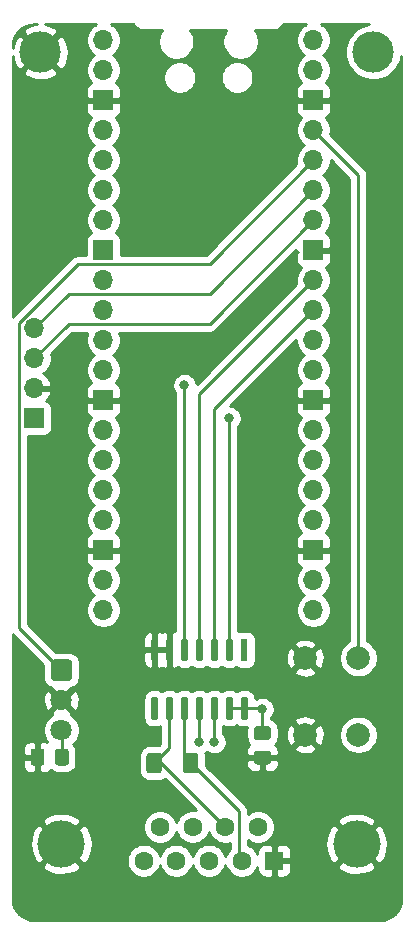
<source format=gbr>
%TF.GenerationSoftware,KiCad,Pcbnew,(5.1.10)-1*%
%TF.CreationDate,2022-01-15T14:59:42+11:00*%
%TF.ProjectId,BKM-10Rp2040 v2,424b4d2d-3130-4527-9032-303430207632,rev?*%
%TF.SameCoordinates,Original*%
%TF.FileFunction,Copper,L1,Top*%
%TF.FilePolarity,Positive*%
%FSLAX46Y46*%
G04 Gerber Fmt 4.6, Leading zero omitted, Abs format (unit mm)*
G04 Created by KiCad (PCBNEW (5.1.10)-1) date 2022-01-15 14:59:42*
%MOMM*%
%LPD*%
G01*
G04 APERTURE LIST*
%TA.AperFunction,ComponentPad*%
%ADD10C,3.500000*%
%TD*%
%TA.AperFunction,SMDPad,CuDef*%
%ADD11R,0.600000X1.950000*%
%TD*%
%TA.AperFunction,ComponentPad*%
%ADD12O,1.700000X1.700000*%
%TD*%
%TA.AperFunction,ComponentPad*%
%ADD13R,1.700000X1.700000*%
%TD*%
%TA.AperFunction,ComponentPad*%
%ADD14C,1.800000*%
%TD*%
%TA.AperFunction,ComponentPad*%
%ADD15C,2.000000*%
%TD*%
%TA.AperFunction,ComponentPad*%
%ADD16C,4.000000*%
%TD*%
%TA.AperFunction,ComponentPad*%
%ADD17C,1.600000*%
%TD*%
%TA.AperFunction,ComponentPad*%
%ADD18R,1.600000X1.600000*%
%TD*%
%TA.AperFunction,ViaPad*%
%ADD19C,0.800000*%
%TD*%
%TA.AperFunction,Conductor*%
%ADD20C,0.250000*%
%TD*%
%TA.AperFunction,Conductor*%
%ADD21C,0.254000*%
%TD*%
%TA.AperFunction,Conductor*%
%ADD22C,0.100000*%
%TD*%
G04 APERTURE END LIST*
D10*
%TO.P,H1,1*%
%TO.N,N/C*%
X141732000Y-69342000D03*
%TD*%
%TO.P,C4,2*%
%TO.N,GND*%
%TA.AperFunction,SMDPad,CuDef*%
G36*
G01*
X113871500Y-128557000D02*
X113871500Y-129507000D01*
G75*
G02*
X113621500Y-129757000I-250000J0D01*
G01*
X112946500Y-129757000D01*
G75*
G02*
X112696500Y-129507000I0J250000D01*
G01*
X112696500Y-128557000D01*
G75*
G02*
X112946500Y-128307000I250000J0D01*
G01*
X113621500Y-128307000D01*
G75*
G02*
X113871500Y-128557000I0J-250000D01*
G01*
G37*
%TD.AperFunction*%
%TO.P,C4,1*%
%TO.N,+5V*%
%TA.AperFunction,SMDPad,CuDef*%
G36*
G01*
X115946500Y-128557000D02*
X115946500Y-129507000D01*
G75*
G02*
X115696500Y-129757000I-250000J0D01*
G01*
X115021500Y-129757000D01*
G75*
G02*
X114771500Y-129507000I0J250000D01*
G01*
X114771500Y-128557000D01*
G75*
G02*
X115021500Y-128307000I250000J0D01*
G01*
X115696500Y-128307000D01*
G75*
G02*
X115946500Y-128557000I0J-250000D01*
G01*
G37*
%TD.AperFunction*%
%TD*%
%TO.P,C2,2*%
%TO.N,+5V*%
%TA.AperFunction,SMDPad,CuDef*%
G36*
G01*
X132809000Y-127587500D02*
X131859000Y-127587500D01*
G75*
G02*
X131609000Y-127337500I0J250000D01*
G01*
X131609000Y-126662500D01*
G75*
G02*
X131859000Y-126412500I250000J0D01*
G01*
X132809000Y-126412500D01*
G75*
G02*
X133059000Y-126662500I0J-250000D01*
G01*
X133059000Y-127337500D01*
G75*
G02*
X132809000Y-127587500I-250000J0D01*
G01*
G37*
%TD.AperFunction*%
%TO.P,C2,1*%
%TO.N,GND*%
%TA.AperFunction,SMDPad,CuDef*%
G36*
G01*
X132809000Y-129662500D02*
X131859000Y-129662500D01*
G75*
G02*
X131609000Y-129412500I0J250000D01*
G01*
X131609000Y-128737500D01*
G75*
G02*
X131859000Y-128487500I250000J0D01*
G01*
X132809000Y-128487500D01*
G75*
G02*
X133059000Y-128737500I0J-250000D01*
G01*
X133059000Y-129412500D01*
G75*
G02*
X132809000Y-129662500I-250000J0D01*
G01*
G37*
%TD.AperFunction*%
%TD*%
%TO.P,U1,14*%
%TO.N,+5V*%
%TA.AperFunction,SMDPad,CuDef*%
G36*
G01*
X130660000Y-123928000D02*
X130960000Y-123928000D01*
G75*
G02*
X131110000Y-124078000I0J-150000D01*
G01*
X131110000Y-125728000D01*
G75*
G02*
X130960000Y-125878000I-150000J0D01*
G01*
X130660000Y-125878000D01*
G75*
G02*
X130510000Y-125728000I0J150000D01*
G01*
X130510000Y-124078000D01*
G75*
G02*
X130660000Y-123928000I150000J0D01*
G01*
G37*
%TD.AperFunction*%
%TO.P,U1,13*%
%TA.AperFunction,SMDPad,CuDef*%
G36*
G01*
X129390000Y-123928000D02*
X129690000Y-123928000D01*
G75*
G02*
X129840000Y-124078000I0J-150000D01*
G01*
X129840000Y-125728000D01*
G75*
G02*
X129690000Y-125878000I-150000J0D01*
G01*
X129390000Y-125878000D01*
G75*
G02*
X129240000Y-125728000I0J150000D01*
G01*
X129240000Y-124078000D01*
G75*
G02*
X129390000Y-123928000I150000J0D01*
G01*
G37*
%TD.AperFunction*%
%TO.P,U1,12*%
%TO.N,RXD+*%
%TA.AperFunction,SMDPad,CuDef*%
G36*
G01*
X128120000Y-123928000D02*
X128420000Y-123928000D01*
G75*
G02*
X128570000Y-124078000I0J-150000D01*
G01*
X128570000Y-125728000D01*
G75*
G02*
X128420000Y-125878000I-150000J0D01*
G01*
X128120000Y-125878000D01*
G75*
G02*
X127970000Y-125728000I0J150000D01*
G01*
X127970000Y-124078000D01*
G75*
G02*
X128120000Y-123928000I150000J0D01*
G01*
G37*
%TD.AperFunction*%
%TO.P,U1,11*%
%TO.N,RXD-*%
%TA.AperFunction,SMDPad,CuDef*%
G36*
G01*
X126850000Y-123928000D02*
X127150000Y-123928000D01*
G75*
G02*
X127300000Y-124078000I0J-150000D01*
G01*
X127300000Y-125728000D01*
G75*
G02*
X127150000Y-125878000I-150000J0D01*
G01*
X126850000Y-125878000D01*
G75*
G02*
X126700000Y-125728000I0J150000D01*
G01*
X126700000Y-124078000D01*
G75*
G02*
X126850000Y-123928000I150000J0D01*
G01*
G37*
%TD.AperFunction*%
%TO.P,U1,10*%
%TO.N,TXD-*%
%TA.AperFunction,SMDPad,CuDef*%
G36*
G01*
X125580000Y-123928000D02*
X125880000Y-123928000D01*
G75*
G02*
X126030000Y-124078000I0J-150000D01*
G01*
X126030000Y-125728000D01*
G75*
G02*
X125880000Y-125878000I-150000J0D01*
G01*
X125580000Y-125878000D01*
G75*
G02*
X125430000Y-125728000I0J150000D01*
G01*
X125430000Y-124078000D01*
G75*
G02*
X125580000Y-123928000I150000J0D01*
G01*
G37*
%TD.AperFunction*%
%TO.P,U1,9*%
%TO.N,TXD+*%
%TA.AperFunction,SMDPad,CuDef*%
G36*
G01*
X124310000Y-123928000D02*
X124610000Y-123928000D01*
G75*
G02*
X124760000Y-124078000I0J-150000D01*
G01*
X124760000Y-125728000D01*
G75*
G02*
X124610000Y-125878000I-150000J0D01*
G01*
X124310000Y-125878000D01*
G75*
G02*
X124160000Y-125728000I0J150000D01*
G01*
X124160000Y-124078000D01*
G75*
G02*
X124310000Y-123928000I150000J0D01*
G01*
G37*
%TD.AperFunction*%
%TO.P,U1,8*%
%TO.N,N/C*%
%TA.AperFunction,SMDPad,CuDef*%
G36*
G01*
X123040000Y-123928000D02*
X123340000Y-123928000D01*
G75*
G02*
X123490000Y-124078000I0J-150000D01*
G01*
X123490000Y-125728000D01*
G75*
G02*
X123340000Y-125878000I-150000J0D01*
G01*
X123040000Y-125878000D01*
G75*
G02*
X122890000Y-125728000I0J150000D01*
G01*
X122890000Y-124078000D01*
G75*
G02*
X123040000Y-123928000I150000J0D01*
G01*
G37*
%TD.AperFunction*%
%TO.P,U1,7*%
%TO.N,GND*%
%TA.AperFunction,SMDPad,CuDef*%
G36*
G01*
X123040000Y-118978000D02*
X123340000Y-118978000D01*
G75*
G02*
X123490000Y-119128000I0J-150000D01*
G01*
X123490000Y-120778000D01*
G75*
G02*
X123340000Y-120928000I-150000J0D01*
G01*
X123040000Y-120928000D01*
G75*
G02*
X122890000Y-120778000I0J150000D01*
G01*
X122890000Y-119128000D01*
G75*
G02*
X123040000Y-118978000I150000J0D01*
G01*
G37*
%TD.AperFunction*%
%TO.P,U1,6*%
%TA.AperFunction,SMDPad,CuDef*%
G36*
G01*
X124310000Y-118978000D02*
X124610000Y-118978000D01*
G75*
G02*
X124760000Y-119128000I0J-150000D01*
G01*
X124760000Y-120778000D01*
G75*
G02*
X124610000Y-120928000I-150000J0D01*
G01*
X124310000Y-120928000D01*
G75*
G02*
X124160000Y-120778000I0J150000D01*
G01*
X124160000Y-119128000D01*
G75*
G02*
X124310000Y-118978000I150000J0D01*
G01*
G37*
%TD.AperFunction*%
%TO.P,U1,5*%
%TO.N,TX*%
%TA.AperFunction,SMDPad,CuDef*%
G36*
G01*
X125580000Y-118978000D02*
X125880000Y-118978000D01*
G75*
G02*
X126030000Y-119128000I0J-150000D01*
G01*
X126030000Y-120778000D01*
G75*
G02*
X125880000Y-120928000I-150000J0D01*
G01*
X125580000Y-120928000D01*
G75*
G02*
X125430000Y-120778000I0J150000D01*
G01*
X125430000Y-119128000D01*
G75*
G02*
X125580000Y-118978000I150000J0D01*
G01*
G37*
%TD.AperFunction*%
%TO.P,U1,4*%
%TO.N,DE*%
%TA.AperFunction,SMDPad,CuDef*%
G36*
G01*
X126850000Y-118978000D02*
X127150000Y-118978000D01*
G75*
G02*
X127300000Y-119128000I0J-150000D01*
G01*
X127300000Y-120778000D01*
G75*
G02*
X127150000Y-120928000I-150000J0D01*
G01*
X126850000Y-120928000D01*
G75*
G02*
X126700000Y-120778000I0J150000D01*
G01*
X126700000Y-119128000D01*
G75*
G02*
X126850000Y-118978000I150000J0D01*
G01*
G37*
%TD.AperFunction*%
%TO.P,U1,3*%
%TO.N,~RE~*%
%TA.AperFunction,SMDPad,CuDef*%
G36*
G01*
X128120000Y-118978000D02*
X128420000Y-118978000D01*
G75*
G02*
X128570000Y-119128000I0J-150000D01*
G01*
X128570000Y-120778000D01*
G75*
G02*
X128420000Y-120928000I-150000J0D01*
G01*
X128120000Y-120928000D01*
G75*
G02*
X127970000Y-120778000I0J150000D01*
G01*
X127970000Y-119128000D01*
G75*
G02*
X128120000Y-118978000I150000J0D01*
G01*
G37*
%TD.AperFunction*%
%TO.P,U1,2*%
%TO.N,RX*%
%TA.AperFunction,SMDPad,CuDef*%
G36*
G01*
X129390000Y-118978000D02*
X129690000Y-118978000D01*
G75*
G02*
X129840000Y-119128000I0J-150000D01*
G01*
X129840000Y-120778000D01*
G75*
G02*
X129690000Y-120928000I-150000J0D01*
G01*
X129390000Y-120928000D01*
G75*
G02*
X129240000Y-120778000I0J150000D01*
G01*
X129240000Y-119128000D01*
G75*
G02*
X129390000Y-118978000I150000J0D01*
G01*
G37*
%TD.AperFunction*%
D11*
%TO.P,U1,1*%
%TO.N,N/C*%
X130810000Y-119953000D03*
%TD*%
%TO.P,R2,2*%
%TO.N,TXD+*%
%TA.AperFunction,SMDPad,CuDef*%
G36*
G01*
X123814000Y-128914999D02*
X123814000Y-130165001D01*
G75*
G02*
X123564001Y-130415000I-249999J0D01*
G01*
X122763999Y-130415000D01*
G75*
G02*
X122514000Y-130165001I0J249999D01*
G01*
X122514000Y-128914999D01*
G75*
G02*
X122763999Y-128665000I249999J0D01*
G01*
X123564001Y-128665000D01*
G75*
G02*
X123814000Y-128914999I0J-249999D01*
G01*
G37*
%TD.AperFunction*%
%TO.P,R2,1*%
%TO.N,TXD-*%
%TA.AperFunction,SMDPad,CuDef*%
G36*
G01*
X126914000Y-128914999D02*
X126914000Y-130165001D01*
G75*
G02*
X126664001Y-130415000I-249999J0D01*
G01*
X125863999Y-130415000D01*
G75*
G02*
X125614000Y-130165001I0J249999D01*
G01*
X125614000Y-128914999D01*
G75*
G02*
X125863999Y-128665000I249999J0D01*
G01*
X126664001Y-128665000D01*
G75*
G02*
X126914000Y-128914999I0J-249999D01*
G01*
G37*
%TD.AperFunction*%
%TD*%
D10*
%TO.P,H1,1*%
%TO.N,GND*%
X113538000Y-69342000D03*
%TD*%
D12*
%TO.P,U2,40*%
%TO.N,Net-(U2-Pad40)*%
X118872000Y-68326000D03*
%TO.P,U2,39*%
%TO.N,+5V*%
X118872000Y-70866000D03*
D13*
%TO.P,U2,38*%
%TO.N,GND*%
X118872000Y-73406000D03*
D12*
%TO.P,U2,37*%
%TO.N,Net-(U2-Pad37)*%
X118872000Y-75946000D03*
%TO.P,U2,36*%
%TO.N,Net-(U2-Pad36)*%
X118872000Y-78486000D03*
%TO.P,U2,35*%
%TO.N,Net-(U2-Pad35)*%
X118872000Y-81026000D03*
%TO.P,U2,34*%
%TO.N,Net-(U2-Pad34)*%
X118872000Y-83566000D03*
D13*
%TO.P,U2,33*%
%TO.N,Net-(U2-Pad33)*%
X118872000Y-86106000D03*
D12*
%TO.P,U2,32*%
%TO.N,Net-(U2-Pad32)*%
X118872000Y-88646000D03*
%TO.P,U2,31*%
%TO.N,Net-(U2-Pad31)*%
X118872000Y-91186000D03*
%TO.P,U2,30*%
%TO.N,Net-(U2-Pad30)*%
X118872000Y-93726000D03*
%TO.P,U2,29*%
%TO.N,Net-(U2-Pad29)*%
X118872000Y-96266000D03*
D13*
%TO.P,U2,28*%
%TO.N,GND*%
X118872000Y-98806000D03*
D12*
%TO.P,U2,27*%
%TO.N,Net-(U2-Pad27)*%
X118872000Y-101346000D03*
%TO.P,U2,26*%
%TO.N,Net-(U2-Pad26)*%
X118872000Y-103886000D03*
%TO.P,U2,25*%
%TO.N,Net-(U2-Pad25)*%
X118872000Y-106426000D03*
%TO.P,U2,24*%
%TO.N,Net-(U2-Pad24)*%
X118872000Y-108966000D03*
D13*
%TO.P,U2,23*%
%TO.N,GND*%
X118872000Y-111506000D03*
D12*
%TO.P,U2,22*%
%TO.N,Net-(U2-Pad22)*%
X118872000Y-114046000D03*
%TO.P,U2,21*%
%TO.N,Net-(U2-Pad21)*%
X118872000Y-116586000D03*
%TO.P,U2,20*%
%TO.N,Net-(U2-Pad20)*%
X136652000Y-116586000D03*
%TO.P,U2,19*%
%TO.N,Net-(U2-Pad19)*%
X136652000Y-114046000D03*
D13*
%TO.P,U2,18*%
%TO.N,GND*%
X136652000Y-111506000D03*
D12*
%TO.P,U2,17*%
%TO.N,Net-(U2-Pad17)*%
X136652000Y-108966000D03*
%TO.P,U2,16*%
%TO.N,Net-(U2-Pad16)*%
X136652000Y-106426000D03*
%TO.P,U2,15*%
%TO.N,Net-(U2-Pad15)*%
X136652000Y-103886000D03*
%TO.P,U2,14*%
%TO.N,Net-(U2-Pad14)*%
X136652000Y-101346000D03*
D13*
%TO.P,U2,13*%
%TO.N,GND*%
X136652000Y-98806000D03*
D12*
%TO.P,U2,12*%
%TO.N,Net-(U2-Pad12)*%
X136652000Y-96266000D03*
%TO.P,U2,11*%
%TO.N,Net-(U2-Pad11)*%
X136652000Y-93726000D03*
%TO.P,U2,10*%
%TO.N,~RE~*%
X136652000Y-91186000D03*
%TO.P,U2,9*%
%TO.N,DE*%
X136652000Y-88646000D03*
D13*
%TO.P,U2,8*%
%TO.N,GND*%
X136652000Y-86106000D03*
D12*
%TO.P,U2,7*%
%TO.N,SCL*%
X136652000Y-83566000D03*
%TO.P,U2,6*%
%TO.N,SDA*%
X136652000Y-81026000D03*
%TO.P,U2,5*%
%TO.N,IR*%
X136652000Y-78486000D03*
%TO.P,U2,4*%
%TO.N,LEARN*%
X136652000Y-75946000D03*
D13*
%TO.P,U2,3*%
%TO.N,GND*%
X136652000Y-73406000D03*
D12*
%TO.P,U2,2*%
%TO.N,RX*%
X136652000Y-70866000D03*
%TO.P,U2,1*%
%TO.N,TX*%
X136652000Y-68326000D03*
%TD*%
%TO.P,J2,4*%
%TO.N,SDA*%
X113030000Y-92710000D03*
%TO.P,J2,3*%
%TO.N,SCL*%
X113030000Y-95250000D03*
%TO.P,J2,2*%
%TO.N,GND*%
X113030000Y-97790000D03*
D13*
%TO.P,J2,1*%
%TO.N,+5V*%
X113030000Y-100330000D03*
%TD*%
D14*
%TO.P,U3,3*%
%TO.N,+5V*%
X115316000Y-126746000D03*
%TO.P,U3,2*%
%TO.N,GND*%
X115316000Y-124206000D03*
%TO.P,U3,1*%
%TO.N,IR*%
%TA.AperFunction,ComponentPad*%
G36*
G01*
X114666200Y-120766000D02*
X115965800Y-120766000D01*
G75*
G02*
X116216000Y-121016200I0J-250200D01*
G01*
X116216000Y-122315800D01*
G75*
G02*
X115965800Y-122566000I-250200J0D01*
G01*
X114666200Y-122566000D01*
G75*
G02*
X114416000Y-122315800I0J250200D01*
G01*
X114416000Y-121016200D01*
G75*
G02*
X114666200Y-120766000I250200J0D01*
G01*
G37*
%TD.AperFunction*%
%TD*%
D15*
%TO.P,SW1,1*%
%TO.N,LEARN*%
X140462000Y-127150000D03*
%TO.P,SW1,2*%
%TO.N,GND*%
X135962000Y-127150000D03*
%TO.P,SW1,1*%
%TO.N,LEARN*%
X140462000Y-120650000D03*
%TO.P,SW1,2*%
%TO.N,GND*%
X135962000Y-120650000D03*
%TD*%
D16*
%TO.P,J1,0*%
%TO.N,GND*%
X140310000Y-136375000D03*
X115310000Y-136375000D03*
D17*
%TO.P,J1,9*%
%TO.N,N/C*%
X123655000Y-134955000D03*
%TO.P,J1,8*%
%TO.N,RXD-*%
X126425000Y-134955000D03*
%TO.P,J1,7*%
%TO.N,TXD+*%
X129195000Y-134955000D03*
%TO.P,J1,6*%
%TO.N,N/C*%
X131965000Y-134955000D03*
%TO.P,J1,5*%
%TO.N,+5V*%
X122270000Y-137795000D03*
%TO.P,J1,4*%
%TO.N,N/C*%
X125040000Y-137795000D03*
%TO.P,J1,3*%
%TO.N,RXD+*%
X127810000Y-137795000D03*
%TO.P,J1,2*%
%TO.N,TXD-*%
X130580000Y-137795000D03*
D18*
%TO.P,J1,1*%
%TO.N,GND*%
X133350000Y-137795000D03*
%TD*%
D19*
%TO.N,+5V*%
X132334000Y-124968000D03*
%TO.N,RXD-*%
X127000000Y-127762000D03*
%TO.N,RXD+*%
X128270000Y-127762000D03*
%TO.N,TX*%
X125730000Y-97536000D03*
%TO.N,RX*%
X129540000Y-100330000D03*
%TD*%
D20*
%TO.N,+5V*%
X115359000Y-126789000D02*
X115316000Y-126746000D01*
X115359000Y-129032000D02*
X115359000Y-126789000D01*
X129540000Y-124903000D02*
X130810000Y-124903000D01*
X132269000Y-124903000D02*
X132334000Y-124968000D01*
X130810000Y-124903000D02*
X132269000Y-124903000D01*
X132334000Y-127232500D02*
X132355500Y-127254000D01*
X132334000Y-124968000D02*
X132334000Y-127232500D01*
%TO.N,RXD-*%
X127000000Y-124903000D02*
X127000000Y-127762000D01*
%TO.N,TXD+*%
X124460000Y-128244000D02*
X123164000Y-129540000D01*
X124460000Y-124903000D02*
X124460000Y-128244000D01*
X123780000Y-129540000D02*
X129195000Y-134955000D01*
X123164000Y-129540000D02*
X123780000Y-129540000D01*
%TO.N,RXD+*%
X128270000Y-124903000D02*
X128270000Y-127762000D01*
%TO.N,TXD-*%
X125730000Y-129006000D02*
X126264000Y-129540000D01*
X125730000Y-124903000D02*
X125730000Y-129006000D01*
X130320001Y-137535001D02*
X130580000Y-137795000D01*
X130320001Y-133596001D02*
X130320001Y-137535001D01*
X126264000Y-129540000D02*
X130320001Y-133596001D01*
%TO.N,LEARN*%
X140462000Y-81280000D02*
X140462000Y-120650000D01*
X140462000Y-79756000D02*
X140462000Y-81280000D01*
X136652000Y-75946000D02*
X140462000Y-79756000D01*
%TO.N,TX*%
X125730000Y-119953000D02*
X125730000Y-97536000D01*
%TO.N,DE*%
X127000000Y-98298000D02*
X127000000Y-119953000D01*
X136652000Y-88646000D02*
X127000000Y-98298000D01*
%TO.N,~RE~*%
X128270000Y-99568000D02*
X128270000Y-119953000D01*
X136652000Y-91186000D02*
X128270000Y-99568000D01*
%TO.N,RX*%
X129540000Y-119953000D02*
X129540000Y-100330000D01*
%TO.N,IR*%
X127856999Y-87281001D02*
X136652000Y-78486000D01*
X116719997Y-87281001D02*
X127856999Y-87281001D01*
X111760000Y-92240998D02*
X116719997Y-87281001D01*
X111760000Y-118110000D02*
X111760000Y-92240998D01*
X115316000Y-121666000D02*
X111760000Y-118110000D01*
%TO.N,SDA*%
X127856999Y-89821001D02*
X136652000Y-81026000D01*
X115918999Y-89821001D02*
X127856999Y-89821001D01*
X113030000Y-92710000D02*
X115918999Y-89821001D01*
%TO.N,SCL*%
X127856999Y-92361001D02*
X136652000Y-83566000D01*
X115918999Y-92361001D02*
X127856999Y-92361001D01*
X113030000Y-95250000D02*
X115918999Y-92361001D01*
%TD*%
D21*
%TO.N,GND*%
X113038189Y-66998158D02*
X112590532Y-67140703D01*
X112234073Y-67331234D01*
X112047997Y-67672391D01*
X113538000Y-69162395D01*
X115028003Y-67672391D01*
X114841927Y-67331234D01*
X114424591Y-67115487D01*
X113973185Y-66985304D01*
X113898694Y-66979000D01*
X118243454Y-66979000D01*
X118168589Y-67010010D01*
X117925368Y-67172525D01*
X117718525Y-67379368D01*
X117556010Y-67622589D01*
X117444068Y-67892842D01*
X117387000Y-68179740D01*
X117387000Y-68472260D01*
X117444068Y-68759158D01*
X117556010Y-69029411D01*
X117718525Y-69272632D01*
X117925368Y-69479475D01*
X118099760Y-69596000D01*
X117925368Y-69712525D01*
X117718525Y-69919368D01*
X117556010Y-70162589D01*
X117444068Y-70432842D01*
X117387000Y-70719740D01*
X117387000Y-71012260D01*
X117444068Y-71299158D01*
X117556010Y-71569411D01*
X117718525Y-71812632D01*
X117850380Y-71944487D01*
X117777820Y-71966498D01*
X117667506Y-72025463D01*
X117570815Y-72104815D01*
X117491463Y-72201506D01*
X117432498Y-72311820D01*
X117396188Y-72431518D01*
X117383928Y-72556000D01*
X117387000Y-73120250D01*
X117545750Y-73279000D01*
X118745000Y-73279000D01*
X118745000Y-73259000D01*
X118999000Y-73259000D01*
X118999000Y-73279000D01*
X120198250Y-73279000D01*
X120357000Y-73120250D01*
X120360072Y-72556000D01*
X120347812Y-72431518D01*
X120311502Y-72311820D01*
X120252537Y-72201506D01*
X120173185Y-72104815D01*
X120076494Y-72025463D01*
X119966180Y-71966498D01*
X119893620Y-71944487D01*
X120025475Y-71812632D01*
X120187990Y-71569411D01*
X120279042Y-71349589D01*
X123952000Y-71349589D01*
X123952000Y-71622411D01*
X124005225Y-71889989D01*
X124109629Y-72142043D01*
X124261201Y-72368886D01*
X124454114Y-72561799D01*
X124680957Y-72713371D01*
X124933011Y-72817775D01*
X125200589Y-72871000D01*
X125473411Y-72871000D01*
X125740989Y-72817775D01*
X125993043Y-72713371D01*
X126219886Y-72561799D01*
X126412799Y-72368886D01*
X126564371Y-72142043D01*
X126668775Y-71889989D01*
X126722000Y-71622411D01*
X126722000Y-71349589D01*
X128802000Y-71349589D01*
X128802000Y-71622411D01*
X128855225Y-71889989D01*
X128959629Y-72142043D01*
X129111201Y-72368886D01*
X129304114Y-72561799D01*
X129530957Y-72713371D01*
X129783011Y-72817775D01*
X130050589Y-72871000D01*
X130323411Y-72871000D01*
X130590989Y-72817775D01*
X130843043Y-72713371D01*
X131069886Y-72561799D01*
X131262799Y-72368886D01*
X131414371Y-72142043D01*
X131518775Y-71889989D01*
X131572000Y-71622411D01*
X131572000Y-71349589D01*
X131518775Y-71082011D01*
X131414371Y-70829957D01*
X131262799Y-70603114D01*
X131069886Y-70410201D01*
X130843043Y-70258629D01*
X130590989Y-70154225D01*
X130323411Y-70101000D01*
X130050589Y-70101000D01*
X129783011Y-70154225D01*
X129530957Y-70258629D01*
X129304114Y-70410201D01*
X129111201Y-70603114D01*
X128959629Y-70829957D01*
X128855225Y-71082011D01*
X128802000Y-71349589D01*
X126722000Y-71349589D01*
X126668775Y-71082011D01*
X126564371Y-70829957D01*
X126412799Y-70603114D01*
X126219886Y-70410201D01*
X125993043Y-70258629D01*
X125740989Y-70154225D01*
X125473411Y-70101000D01*
X125200589Y-70101000D01*
X124933011Y-70154225D01*
X124680957Y-70258629D01*
X124454114Y-70410201D01*
X124261201Y-70603114D01*
X124109629Y-70829957D01*
X124005225Y-71082011D01*
X123952000Y-71349589D01*
X120279042Y-71349589D01*
X120299932Y-71299158D01*
X120357000Y-71012260D01*
X120357000Y-70719740D01*
X120299932Y-70432842D01*
X120187990Y-70162589D01*
X120025475Y-69919368D01*
X119818632Y-69712525D01*
X119644240Y-69596000D01*
X119818632Y-69479475D01*
X120025475Y-69272632D01*
X120187990Y-69029411D01*
X120299932Y-68759158D01*
X120357000Y-68472260D01*
X120357000Y-68179740D01*
X120299932Y-67892842D01*
X120187990Y-67622589D01*
X120025475Y-67379368D01*
X119818632Y-67172525D01*
X119575411Y-67010010D01*
X119500546Y-66979000D01*
X121382264Y-66979000D01*
X121665842Y-67262578D01*
X121687289Y-67288711D01*
X121791593Y-67374312D01*
X121910594Y-67437919D01*
X122039717Y-67477088D01*
X122140353Y-67487000D01*
X122140370Y-67487000D01*
X122173999Y-67490312D01*
X122207628Y-67487000D01*
X123838337Y-67487000D01*
X123676701Y-67728905D01*
X123560989Y-68008257D01*
X123502000Y-68304816D01*
X123502000Y-68607184D01*
X123560989Y-68903743D01*
X123676701Y-69183095D01*
X123844688Y-69434505D01*
X124058495Y-69648312D01*
X124309905Y-69816299D01*
X124589257Y-69932011D01*
X124885816Y-69991000D01*
X125188184Y-69991000D01*
X125484743Y-69932011D01*
X125764095Y-69816299D01*
X126015505Y-69648312D01*
X126229312Y-69434505D01*
X126397299Y-69183095D01*
X126513011Y-68903743D01*
X126572000Y-68607184D01*
X126572000Y-68304816D01*
X126513011Y-68008257D01*
X126397299Y-67728905D01*
X126235663Y-67487000D01*
X129288337Y-67487000D01*
X129126701Y-67728905D01*
X129010989Y-68008257D01*
X128952000Y-68304816D01*
X128952000Y-68607184D01*
X129010989Y-68903743D01*
X129126701Y-69183095D01*
X129294688Y-69434505D01*
X129508495Y-69648312D01*
X129759905Y-69816299D01*
X130039257Y-69932011D01*
X130335816Y-69991000D01*
X130638184Y-69991000D01*
X130934743Y-69932011D01*
X131214095Y-69816299D01*
X131465505Y-69648312D01*
X131679312Y-69434505D01*
X131847299Y-69183095D01*
X131963011Y-68903743D01*
X132022000Y-68607184D01*
X132022000Y-68304816D01*
X131963011Y-68008257D01*
X131847299Y-67728905D01*
X131685663Y-67487000D01*
X133316361Y-67487000D01*
X133350000Y-67490313D01*
X133383639Y-67487000D01*
X133383647Y-67487000D01*
X133484283Y-67477088D01*
X133613406Y-67437919D01*
X133732407Y-67374312D01*
X133836711Y-67288711D01*
X133858158Y-67262578D01*
X134141736Y-66979000D01*
X136023454Y-66979000D01*
X135948589Y-67010010D01*
X135705368Y-67172525D01*
X135498525Y-67379368D01*
X135336010Y-67622589D01*
X135224068Y-67892842D01*
X135167000Y-68179740D01*
X135167000Y-68472260D01*
X135224068Y-68759158D01*
X135336010Y-69029411D01*
X135498525Y-69272632D01*
X135705368Y-69479475D01*
X135879760Y-69596000D01*
X135705368Y-69712525D01*
X135498525Y-69919368D01*
X135336010Y-70162589D01*
X135224068Y-70432842D01*
X135167000Y-70719740D01*
X135167000Y-71012260D01*
X135224068Y-71299158D01*
X135336010Y-71569411D01*
X135498525Y-71812632D01*
X135630380Y-71944487D01*
X135557820Y-71966498D01*
X135447506Y-72025463D01*
X135350815Y-72104815D01*
X135271463Y-72201506D01*
X135212498Y-72311820D01*
X135176188Y-72431518D01*
X135163928Y-72556000D01*
X135167000Y-73120250D01*
X135325750Y-73279000D01*
X136525000Y-73279000D01*
X136525000Y-73259000D01*
X136779000Y-73259000D01*
X136779000Y-73279000D01*
X137978250Y-73279000D01*
X138137000Y-73120250D01*
X138140072Y-72556000D01*
X138127812Y-72431518D01*
X138091502Y-72311820D01*
X138032537Y-72201506D01*
X137953185Y-72104815D01*
X137856494Y-72025463D01*
X137746180Y-71966498D01*
X137673620Y-71944487D01*
X137805475Y-71812632D01*
X137967990Y-71569411D01*
X138079932Y-71299158D01*
X138137000Y-71012260D01*
X138137000Y-70719740D01*
X138079932Y-70432842D01*
X137967990Y-70162589D01*
X137805475Y-69919368D01*
X137598632Y-69712525D01*
X137424240Y-69596000D01*
X137598632Y-69479475D01*
X137805475Y-69272632D01*
X137967990Y-69029411D01*
X138079932Y-68759158D01*
X138137000Y-68472260D01*
X138137000Y-68179740D01*
X138079932Y-67892842D01*
X137967990Y-67622589D01*
X137805475Y-67379368D01*
X137598632Y-67172525D01*
X137355411Y-67010010D01*
X137280546Y-66979000D01*
X141386496Y-66979000D01*
X141036321Y-67048654D01*
X140602279Y-67228440D01*
X140211651Y-67489450D01*
X139879450Y-67821651D01*
X139618440Y-68212279D01*
X139438654Y-68646321D01*
X139347000Y-69107098D01*
X139347000Y-69576902D01*
X139438654Y-70037679D01*
X139618440Y-70471721D01*
X139879450Y-70862349D01*
X140211651Y-71194550D01*
X140602279Y-71455560D01*
X141036321Y-71635346D01*
X141497098Y-71727000D01*
X141966902Y-71727000D01*
X142427679Y-71635346D01*
X142861721Y-71455560D01*
X143252349Y-71194550D01*
X143584550Y-70862349D01*
X143845560Y-70471721D01*
X144025346Y-70037679D01*
X144095000Y-69687504D01*
X144095001Y-140936485D01*
X144056449Y-141329667D01*
X143951996Y-141675635D01*
X143782333Y-141994724D01*
X143553924Y-142274781D01*
X143275466Y-142505141D01*
X142957570Y-142677027D01*
X142612340Y-142783894D01*
X142221238Y-142825000D01*
X113063505Y-142825000D01*
X112670333Y-142786449D01*
X112324365Y-142681996D01*
X112005276Y-142512333D01*
X111725219Y-142283924D01*
X111494859Y-142005466D01*
X111322973Y-141687570D01*
X111216106Y-141342340D01*
X111175000Y-140951238D01*
X111175000Y-138222499D01*
X113642106Y-138222499D01*
X113858228Y-138589258D01*
X114318105Y-138829938D01*
X114816098Y-138976275D01*
X115333071Y-139022648D01*
X115849159Y-138967273D01*
X116344526Y-138812279D01*
X116761772Y-138589258D01*
X116977894Y-138222499D01*
X115310000Y-136554605D01*
X113642106Y-138222499D01*
X111175000Y-138222499D01*
X111175000Y-136398071D01*
X112662352Y-136398071D01*
X112717727Y-136914159D01*
X112872721Y-137409526D01*
X113095742Y-137826772D01*
X113462501Y-138042894D01*
X115130395Y-136375000D01*
X115489605Y-136375000D01*
X117157499Y-138042894D01*
X117524258Y-137826772D01*
X117614854Y-137653665D01*
X120835000Y-137653665D01*
X120835000Y-137936335D01*
X120890147Y-138213574D01*
X120998320Y-138474727D01*
X121155363Y-138709759D01*
X121355241Y-138909637D01*
X121590273Y-139066680D01*
X121851426Y-139174853D01*
X122128665Y-139230000D01*
X122411335Y-139230000D01*
X122688574Y-139174853D01*
X122949727Y-139066680D01*
X123184759Y-138909637D01*
X123384637Y-138709759D01*
X123541680Y-138474727D01*
X123649853Y-138213574D01*
X123655000Y-138187699D01*
X123660147Y-138213574D01*
X123768320Y-138474727D01*
X123925363Y-138709759D01*
X124125241Y-138909637D01*
X124360273Y-139066680D01*
X124621426Y-139174853D01*
X124898665Y-139230000D01*
X125181335Y-139230000D01*
X125458574Y-139174853D01*
X125719727Y-139066680D01*
X125954759Y-138909637D01*
X126154637Y-138709759D01*
X126311680Y-138474727D01*
X126419853Y-138213574D01*
X126425000Y-138187699D01*
X126430147Y-138213574D01*
X126538320Y-138474727D01*
X126695363Y-138709759D01*
X126895241Y-138909637D01*
X127130273Y-139066680D01*
X127391426Y-139174853D01*
X127668665Y-139230000D01*
X127951335Y-139230000D01*
X128228574Y-139174853D01*
X128489727Y-139066680D01*
X128724759Y-138909637D01*
X128924637Y-138709759D01*
X129081680Y-138474727D01*
X129189853Y-138213574D01*
X129195000Y-138187699D01*
X129200147Y-138213574D01*
X129308320Y-138474727D01*
X129465363Y-138709759D01*
X129665241Y-138909637D01*
X129900273Y-139066680D01*
X130161426Y-139174853D01*
X130438665Y-139230000D01*
X130721335Y-139230000D01*
X130998574Y-139174853D01*
X131259727Y-139066680D01*
X131494759Y-138909637D01*
X131694637Y-138709759D01*
X131851680Y-138474727D01*
X131913539Y-138325387D01*
X131911928Y-138595000D01*
X131924188Y-138719482D01*
X131960498Y-138839180D01*
X132019463Y-138949494D01*
X132098815Y-139046185D01*
X132195506Y-139125537D01*
X132305820Y-139184502D01*
X132425518Y-139220812D01*
X132550000Y-139233072D01*
X133064250Y-139230000D01*
X133223000Y-139071250D01*
X133223000Y-137922000D01*
X133477000Y-137922000D01*
X133477000Y-139071250D01*
X133635750Y-139230000D01*
X134150000Y-139233072D01*
X134274482Y-139220812D01*
X134394180Y-139184502D01*
X134504494Y-139125537D01*
X134601185Y-139046185D01*
X134680537Y-138949494D01*
X134739502Y-138839180D01*
X134775812Y-138719482D01*
X134788072Y-138595000D01*
X134785847Y-138222499D01*
X138642106Y-138222499D01*
X138858228Y-138589258D01*
X139318105Y-138829938D01*
X139816098Y-138976275D01*
X140333071Y-139022648D01*
X140849159Y-138967273D01*
X141344526Y-138812279D01*
X141761772Y-138589258D01*
X141977894Y-138222499D01*
X140310000Y-136554605D01*
X138642106Y-138222499D01*
X134785847Y-138222499D01*
X134785000Y-138080750D01*
X134626250Y-137922000D01*
X133477000Y-137922000D01*
X133223000Y-137922000D01*
X133203000Y-137922000D01*
X133203000Y-137668000D01*
X133223000Y-137668000D01*
X133223000Y-136518750D01*
X133477000Y-136518750D01*
X133477000Y-137668000D01*
X134626250Y-137668000D01*
X134785000Y-137509250D01*
X134788072Y-136995000D01*
X134775812Y-136870518D01*
X134739502Y-136750820D01*
X134680537Y-136640506D01*
X134601185Y-136543815D01*
X134504494Y-136464463D01*
X134394180Y-136405498D01*
X134369697Y-136398071D01*
X137662352Y-136398071D01*
X137717727Y-136914159D01*
X137872721Y-137409526D01*
X138095742Y-137826772D01*
X138462501Y-138042894D01*
X140130395Y-136375000D01*
X140489605Y-136375000D01*
X142157499Y-138042894D01*
X142524258Y-137826772D01*
X142764938Y-137366895D01*
X142911275Y-136868902D01*
X142957648Y-136351929D01*
X142902273Y-135835841D01*
X142747279Y-135340474D01*
X142524258Y-134923228D01*
X142157499Y-134707106D01*
X140489605Y-136375000D01*
X140130395Y-136375000D01*
X138462501Y-134707106D01*
X138095742Y-134923228D01*
X137855062Y-135383105D01*
X137708725Y-135881098D01*
X137662352Y-136398071D01*
X134369697Y-136398071D01*
X134274482Y-136369188D01*
X134150000Y-136356928D01*
X133635750Y-136360000D01*
X133477000Y-136518750D01*
X133223000Y-136518750D01*
X133064250Y-136360000D01*
X132550000Y-136356928D01*
X132425518Y-136369188D01*
X132305820Y-136405498D01*
X132195506Y-136464463D01*
X132098815Y-136543815D01*
X132019463Y-136640506D01*
X131960498Y-136750820D01*
X131924188Y-136870518D01*
X131911928Y-136995000D01*
X131913539Y-137264613D01*
X131851680Y-137115273D01*
X131694637Y-136880241D01*
X131494759Y-136680363D01*
X131259727Y-136523320D01*
X131080001Y-136448875D01*
X131080001Y-136089522D01*
X131285273Y-136226680D01*
X131546426Y-136334853D01*
X131823665Y-136390000D01*
X132106335Y-136390000D01*
X132383574Y-136334853D01*
X132644727Y-136226680D01*
X132879759Y-136069637D01*
X133079637Y-135869759D01*
X133236680Y-135634727D01*
X133344853Y-135373574D01*
X133400000Y-135096335D01*
X133400000Y-134813665D01*
X133344853Y-134536426D01*
X133341157Y-134527501D01*
X138642106Y-134527501D01*
X140310000Y-136195395D01*
X141977894Y-134527501D01*
X141761772Y-134160742D01*
X141301895Y-133920062D01*
X140803902Y-133773725D01*
X140286929Y-133727352D01*
X139770841Y-133782727D01*
X139275474Y-133937721D01*
X138858228Y-134160742D01*
X138642106Y-134527501D01*
X133341157Y-134527501D01*
X133236680Y-134275273D01*
X133079637Y-134040241D01*
X132879759Y-133840363D01*
X132644727Y-133683320D01*
X132383574Y-133575147D01*
X132106335Y-133520000D01*
X131823665Y-133520000D01*
X131546426Y-133575147D01*
X131285273Y-133683320D01*
X131080001Y-133820478D01*
X131080001Y-133633334D01*
X131083678Y-133596001D01*
X131069004Y-133447015D01*
X131025547Y-133303754D01*
X130954975Y-133171725D01*
X130883800Y-133084998D01*
X130860002Y-133056000D01*
X130831005Y-133032203D01*
X127552072Y-129753271D01*
X127552072Y-129662500D01*
X130970928Y-129662500D01*
X130983188Y-129786982D01*
X131019498Y-129906680D01*
X131078463Y-130016994D01*
X131157815Y-130113685D01*
X131254506Y-130193037D01*
X131364820Y-130252002D01*
X131484518Y-130288312D01*
X131609000Y-130300572D01*
X132048250Y-130297500D01*
X132207000Y-130138750D01*
X132207000Y-129202000D01*
X132461000Y-129202000D01*
X132461000Y-130138750D01*
X132619750Y-130297500D01*
X133059000Y-130300572D01*
X133183482Y-130288312D01*
X133303180Y-130252002D01*
X133413494Y-130193037D01*
X133510185Y-130113685D01*
X133589537Y-130016994D01*
X133648502Y-129906680D01*
X133684812Y-129786982D01*
X133697072Y-129662500D01*
X133694000Y-129360750D01*
X133535250Y-129202000D01*
X132461000Y-129202000D01*
X132207000Y-129202000D01*
X131132750Y-129202000D01*
X130974000Y-129360750D01*
X130970928Y-129662500D01*
X127552072Y-129662500D01*
X127552072Y-128914999D01*
X127535008Y-128741745D01*
X127511692Y-128664882D01*
X127635000Y-128582490D01*
X127779744Y-128679205D01*
X127968102Y-128757226D01*
X128168061Y-128797000D01*
X128371939Y-128797000D01*
X128571898Y-128757226D01*
X128760256Y-128679205D01*
X128929774Y-128565937D01*
X129073937Y-128421774D01*
X129187205Y-128252256D01*
X129265226Y-128063898D01*
X129305000Y-127863939D01*
X129305000Y-127660061D01*
X129265226Y-127460102D01*
X129187205Y-127271744D01*
X129073937Y-127102226D01*
X129030000Y-127058289D01*
X129030000Y-126424859D01*
X129088418Y-126456084D01*
X129236255Y-126500929D01*
X129390000Y-126516072D01*
X129690000Y-126516072D01*
X129843745Y-126500929D01*
X129991582Y-126456084D01*
X130127829Y-126383258D01*
X130175000Y-126344546D01*
X130222171Y-126383258D01*
X130358418Y-126456084D01*
X130506255Y-126500929D01*
X130660000Y-126516072D01*
X130960000Y-126516072D01*
X130985598Y-126513551D01*
X130970928Y-126662500D01*
X130970928Y-127337500D01*
X130987992Y-127510754D01*
X131038528Y-127677350D01*
X131120595Y-127830886D01*
X131231038Y-127965462D01*
X131237594Y-127970842D01*
X131157815Y-128036315D01*
X131078463Y-128133006D01*
X131019498Y-128243320D01*
X130983188Y-128363018D01*
X130970928Y-128487500D01*
X130974000Y-128789250D01*
X131132750Y-128948000D01*
X132207000Y-128948000D01*
X132207000Y-128928000D01*
X132461000Y-128928000D01*
X132461000Y-128948000D01*
X133535250Y-128948000D01*
X133694000Y-128789250D01*
X133697072Y-128487500D01*
X133684812Y-128363018D01*
X133661271Y-128285413D01*
X135006192Y-128285413D01*
X135101956Y-128549814D01*
X135391571Y-128690704D01*
X135703108Y-128772384D01*
X136024595Y-128791718D01*
X136343675Y-128747961D01*
X136648088Y-128642795D01*
X136822044Y-128549814D01*
X136917808Y-128285413D01*
X135962000Y-127329605D01*
X135006192Y-128285413D01*
X133661271Y-128285413D01*
X133648502Y-128243320D01*
X133589537Y-128133006D01*
X133510185Y-128036315D01*
X133430406Y-127970842D01*
X133436962Y-127965462D01*
X133547405Y-127830886D01*
X133629472Y-127677350D01*
X133680008Y-127510754D01*
X133697072Y-127337500D01*
X133697072Y-127212595D01*
X134320282Y-127212595D01*
X134364039Y-127531675D01*
X134469205Y-127836088D01*
X134562186Y-128010044D01*
X134826587Y-128105808D01*
X135782395Y-127150000D01*
X136141605Y-127150000D01*
X137097413Y-128105808D01*
X137361814Y-128010044D01*
X137502704Y-127720429D01*
X137584384Y-127408892D01*
X137603718Y-127087405D01*
X137590219Y-126988967D01*
X138827000Y-126988967D01*
X138827000Y-127311033D01*
X138889832Y-127626912D01*
X139013082Y-127924463D01*
X139192013Y-128192252D01*
X139419748Y-128419987D01*
X139687537Y-128598918D01*
X139985088Y-128722168D01*
X140300967Y-128785000D01*
X140623033Y-128785000D01*
X140938912Y-128722168D01*
X141236463Y-128598918D01*
X141504252Y-128419987D01*
X141731987Y-128192252D01*
X141910918Y-127924463D01*
X142034168Y-127626912D01*
X142097000Y-127311033D01*
X142097000Y-126988967D01*
X142034168Y-126673088D01*
X141910918Y-126375537D01*
X141731987Y-126107748D01*
X141504252Y-125880013D01*
X141236463Y-125701082D01*
X140938912Y-125577832D01*
X140623033Y-125515000D01*
X140300967Y-125515000D01*
X139985088Y-125577832D01*
X139687537Y-125701082D01*
X139419748Y-125880013D01*
X139192013Y-126107748D01*
X139013082Y-126375537D01*
X138889832Y-126673088D01*
X138827000Y-126988967D01*
X137590219Y-126988967D01*
X137559961Y-126768325D01*
X137454795Y-126463912D01*
X137361814Y-126289956D01*
X137097413Y-126194192D01*
X136141605Y-127150000D01*
X135782395Y-127150000D01*
X134826587Y-126194192D01*
X134562186Y-126289956D01*
X134421296Y-126579571D01*
X134339616Y-126891108D01*
X134320282Y-127212595D01*
X133697072Y-127212595D01*
X133697072Y-126662500D01*
X133680008Y-126489246D01*
X133629472Y-126322650D01*
X133547405Y-126169114D01*
X133436962Y-126034538D01*
X133412652Y-126014587D01*
X135006192Y-126014587D01*
X135962000Y-126970395D01*
X136917808Y-126014587D01*
X136822044Y-125750186D01*
X136532429Y-125609296D01*
X136220892Y-125527616D01*
X135899405Y-125508282D01*
X135580325Y-125552039D01*
X135275912Y-125657205D01*
X135101956Y-125750186D01*
X135006192Y-126014587D01*
X133412652Y-126014587D01*
X133302386Y-125924095D01*
X133148850Y-125842028D01*
X133094000Y-125825390D01*
X133094000Y-125671711D01*
X133137937Y-125627774D01*
X133251205Y-125458256D01*
X133329226Y-125269898D01*
X133369000Y-125069939D01*
X133369000Y-124866061D01*
X133329226Y-124666102D01*
X133251205Y-124477744D01*
X133137937Y-124308226D01*
X132993774Y-124164063D01*
X132824256Y-124050795D01*
X132635898Y-123972774D01*
X132435939Y-123933000D01*
X132232061Y-123933000D01*
X132032102Y-123972774D01*
X131843744Y-124050795D01*
X131748072Y-124114721D01*
X131748072Y-124078000D01*
X131732929Y-123924255D01*
X131688084Y-123776418D01*
X131615258Y-123640171D01*
X131517251Y-123520749D01*
X131397829Y-123422742D01*
X131261582Y-123349916D01*
X131113745Y-123305071D01*
X130960000Y-123289928D01*
X130660000Y-123289928D01*
X130506255Y-123305071D01*
X130358418Y-123349916D01*
X130222171Y-123422742D01*
X130175000Y-123461454D01*
X130127829Y-123422742D01*
X129991582Y-123349916D01*
X129843745Y-123305071D01*
X129690000Y-123289928D01*
X129390000Y-123289928D01*
X129236255Y-123305071D01*
X129088418Y-123349916D01*
X128952171Y-123422742D01*
X128905000Y-123461454D01*
X128857829Y-123422742D01*
X128721582Y-123349916D01*
X128573745Y-123305071D01*
X128420000Y-123289928D01*
X128120000Y-123289928D01*
X127966255Y-123305071D01*
X127818418Y-123349916D01*
X127682171Y-123422742D01*
X127635000Y-123461454D01*
X127587829Y-123422742D01*
X127451582Y-123349916D01*
X127303745Y-123305071D01*
X127150000Y-123289928D01*
X126850000Y-123289928D01*
X126696255Y-123305071D01*
X126548418Y-123349916D01*
X126412171Y-123422742D01*
X126365000Y-123461454D01*
X126317829Y-123422742D01*
X126181582Y-123349916D01*
X126033745Y-123305071D01*
X125880000Y-123289928D01*
X125580000Y-123289928D01*
X125426255Y-123305071D01*
X125278418Y-123349916D01*
X125142171Y-123422742D01*
X125095000Y-123461454D01*
X125047829Y-123422742D01*
X124911582Y-123349916D01*
X124763745Y-123305071D01*
X124610000Y-123289928D01*
X124310000Y-123289928D01*
X124156255Y-123305071D01*
X124008418Y-123349916D01*
X123872171Y-123422742D01*
X123825000Y-123461454D01*
X123777829Y-123422742D01*
X123641582Y-123349916D01*
X123493745Y-123305071D01*
X123340000Y-123289928D01*
X123040000Y-123289928D01*
X122886255Y-123305071D01*
X122738418Y-123349916D01*
X122602171Y-123422742D01*
X122482749Y-123520749D01*
X122384742Y-123640171D01*
X122311916Y-123776418D01*
X122267071Y-123924255D01*
X122251928Y-124078000D01*
X122251928Y-125728000D01*
X122267071Y-125881745D01*
X122311916Y-126029582D01*
X122384742Y-126165829D01*
X122482749Y-126285251D01*
X122602171Y-126383258D01*
X122738418Y-126456084D01*
X122886255Y-126500929D01*
X123040000Y-126516072D01*
X123340000Y-126516072D01*
X123493745Y-126500929D01*
X123641582Y-126456084D01*
X123700000Y-126424858D01*
X123700001Y-127929197D01*
X123598839Y-128030359D01*
X123564001Y-128026928D01*
X122763999Y-128026928D01*
X122590745Y-128043992D01*
X122424149Y-128094528D01*
X122270613Y-128176595D01*
X122136038Y-128287038D01*
X122025595Y-128421613D01*
X121943528Y-128575149D01*
X121892992Y-128741745D01*
X121875928Y-128914999D01*
X121875928Y-130165001D01*
X121892992Y-130338255D01*
X121943528Y-130504851D01*
X122025595Y-130658387D01*
X122136038Y-130792962D01*
X122270613Y-130903405D01*
X122424149Y-130985472D01*
X122590745Y-131036008D01*
X122763999Y-131053072D01*
X123564001Y-131053072D01*
X123737255Y-131036008D01*
X123903851Y-130985472D01*
X124057387Y-130903405D01*
X124063548Y-130898349D01*
X126714712Y-133549514D01*
X126566335Y-133520000D01*
X126283665Y-133520000D01*
X126006426Y-133575147D01*
X125745273Y-133683320D01*
X125510241Y-133840363D01*
X125310363Y-134040241D01*
X125153320Y-134275273D01*
X125045147Y-134536426D01*
X125040000Y-134562301D01*
X125034853Y-134536426D01*
X124926680Y-134275273D01*
X124769637Y-134040241D01*
X124569759Y-133840363D01*
X124334727Y-133683320D01*
X124073574Y-133575147D01*
X123796335Y-133520000D01*
X123513665Y-133520000D01*
X123236426Y-133575147D01*
X122975273Y-133683320D01*
X122740241Y-133840363D01*
X122540363Y-134040241D01*
X122383320Y-134275273D01*
X122275147Y-134536426D01*
X122220000Y-134813665D01*
X122220000Y-135096335D01*
X122275147Y-135373574D01*
X122383320Y-135634727D01*
X122540363Y-135869759D01*
X122740241Y-136069637D01*
X122975273Y-136226680D01*
X123236426Y-136334853D01*
X123513665Y-136390000D01*
X123796335Y-136390000D01*
X124073574Y-136334853D01*
X124334727Y-136226680D01*
X124569759Y-136069637D01*
X124769637Y-135869759D01*
X124926680Y-135634727D01*
X125034853Y-135373574D01*
X125040000Y-135347699D01*
X125045147Y-135373574D01*
X125153320Y-135634727D01*
X125310363Y-135869759D01*
X125510241Y-136069637D01*
X125745273Y-136226680D01*
X126006426Y-136334853D01*
X126283665Y-136390000D01*
X126566335Y-136390000D01*
X126843574Y-136334853D01*
X127104727Y-136226680D01*
X127339759Y-136069637D01*
X127539637Y-135869759D01*
X127696680Y-135634727D01*
X127804853Y-135373574D01*
X127810000Y-135347699D01*
X127815147Y-135373574D01*
X127923320Y-135634727D01*
X128080363Y-135869759D01*
X128280241Y-136069637D01*
X128515273Y-136226680D01*
X128776426Y-136334853D01*
X129053665Y-136390000D01*
X129336335Y-136390000D01*
X129560002Y-136345509D01*
X129560002Y-136785602D01*
X129465363Y-136880241D01*
X129308320Y-137115273D01*
X129200147Y-137376426D01*
X129195000Y-137402301D01*
X129189853Y-137376426D01*
X129081680Y-137115273D01*
X128924637Y-136880241D01*
X128724759Y-136680363D01*
X128489727Y-136523320D01*
X128228574Y-136415147D01*
X127951335Y-136360000D01*
X127668665Y-136360000D01*
X127391426Y-136415147D01*
X127130273Y-136523320D01*
X126895241Y-136680363D01*
X126695363Y-136880241D01*
X126538320Y-137115273D01*
X126430147Y-137376426D01*
X126425000Y-137402301D01*
X126419853Y-137376426D01*
X126311680Y-137115273D01*
X126154637Y-136880241D01*
X125954759Y-136680363D01*
X125719727Y-136523320D01*
X125458574Y-136415147D01*
X125181335Y-136360000D01*
X124898665Y-136360000D01*
X124621426Y-136415147D01*
X124360273Y-136523320D01*
X124125241Y-136680363D01*
X123925363Y-136880241D01*
X123768320Y-137115273D01*
X123660147Y-137376426D01*
X123655000Y-137402301D01*
X123649853Y-137376426D01*
X123541680Y-137115273D01*
X123384637Y-136880241D01*
X123184759Y-136680363D01*
X122949727Y-136523320D01*
X122688574Y-136415147D01*
X122411335Y-136360000D01*
X122128665Y-136360000D01*
X121851426Y-136415147D01*
X121590273Y-136523320D01*
X121355241Y-136680363D01*
X121155363Y-136880241D01*
X120998320Y-137115273D01*
X120890147Y-137376426D01*
X120835000Y-137653665D01*
X117614854Y-137653665D01*
X117764938Y-137366895D01*
X117911275Y-136868902D01*
X117957648Y-136351929D01*
X117902273Y-135835841D01*
X117747279Y-135340474D01*
X117524258Y-134923228D01*
X117157499Y-134707106D01*
X115489605Y-136375000D01*
X115130395Y-136375000D01*
X113462501Y-134707106D01*
X113095742Y-134923228D01*
X112855062Y-135383105D01*
X112708725Y-135881098D01*
X112662352Y-136398071D01*
X111175000Y-136398071D01*
X111175000Y-134527501D01*
X113642106Y-134527501D01*
X115310000Y-136195395D01*
X116977894Y-134527501D01*
X116761772Y-134160742D01*
X116301895Y-133920062D01*
X115803902Y-133773725D01*
X115286929Y-133727352D01*
X114770841Y-133782727D01*
X114275474Y-133937721D01*
X113858228Y-134160742D01*
X113642106Y-134527501D01*
X111175000Y-134527501D01*
X111175000Y-129757000D01*
X112058428Y-129757000D01*
X112070688Y-129881482D01*
X112106998Y-130001180D01*
X112165963Y-130111494D01*
X112245315Y-130208185D01*
X112342006Y-130287537D01*
X112452320Y-130346502D01*
X112572018Y-130382812D01*
X112696500Y-130395072D01*
X112998250Y-130392000D01*
X113157000Y-130233250D01*
X113157000Y-129159000D01*
X112220250Y-129159000D01*
X112061500Y-129317750D01*
X112058428Y-129757000D01*
X111175000Y-129757000D01*
X111175000Y-128307000D01*
X112058428Y-128307000D01*
X112061500Y-128746250D01*
X112220250Y-128905000D01*
X113157000Y-128905000D01*
X113157000Y-127830750D01*
X113411000Y-127830750D01*
X113411000Y-128905000D01*
X113431000Y-128905000D01*
X113431000Y-129159000D01*
X113411000Y-129159000D01*
X113411000Y-130233250D01*
X113569750Y-130392000D01*
X113871500Y-130395072D01*
X113995982Y-130382812D01*
X114115680Y-130346502D01*
X114225994Y-130287537D01*
X114322685Y-130208185D01*
X114388158Y-130128406D01*
X114393538Y-130134962D01*
X114528114Y-130245405D01*
X114681650Y-130327472D01*
X114848246Y-130378008D01*
X115021500Y-130395072D01*
X115696500Y-130395072D01*
X115869754Y-130378008D01*
X116036350Y-130327472D01*
X116189886Y-130245405D01*
X116324462Y-130134962D01*
X116434905Y-130000386D01*
X116516972Y-129846850D01*
X116567508Y-129680254D01*
X116584572Y-129507000D01*
X116584572Y-128557000D01*
X116567508Y-128383746D01*
X116516972Y-128217150D01*
X116434905Y-128063614D01*
X116324462Y-127929038D01*
X116313102Y-127919715D01*
X116508312Y-127724505D01*
X116676299Y-127473095D01*
X116792011Y-127193743D01*
X116851000Y-126897184D01*
X116851000Y-126594816D01*
X116792011Y-126298257D01*
X116676299Y-126018905D01*
X116508312Y-125767495D01*
X116294505Y-125553688D01*
X116140895Y-125451049D01*
X116200475Y-125270080D01*
X115316000Y-124385605D01*
X114431525Y-125270080D01*
X114491105Y-125451049D01*
X114337495Y-125553688D01*
X114123688Y-125767495D01*
X113955701Y-126018905D01*
X113839989Y-126298257D01*
X113781000Y-126594816D01*
X113781000Y-126897184D01*
X113839989Y-127193743D01*
X113955701Y-127473095D01*
X114120854Y-127720264D01*
X114115680Y-127717498D01*
X113995982Y-127681188D01*
X113871500Y-127668928D01*
X113569750Y-127672000D01*
X113411000Y-127830750D01*
X113157000Y-127830750D01*
X112998250Y-127672000D01*
X112696500Y-127668928D01*
X112572018Y-127681188D01*
X112452320Y-127717498D01*
X112342006Y-127776463D01*
X112245315Y-127855815D01*
X112165963Y-127952506D01*
X112106998Y-128062820D01*
X112070688Y-128182518D01*
X112058428Y-128307000D01*
X111175000Y-128307000D01*
X111175000Y-124272553D01*
X113775009Y-124272553D01*
X113817603Y-124571907D01*
X113917778Y-124857199D01*
X113997739Y-125006792D01*
X114251920Y-125090475D01*
X115136395Y-124206000D01*
X115495605Y-124206000D01*
X116380080Y-125090475D01*
X116634261Y-125006792D01*
X116765158Y-124734225D01*
X116840365Y-124441358D01*
X116856991Y-124139447D01*
X116814397Y-123840093D01*
X116714222Y-123554801D01*
X116634261Y-123405208D01*
X116380080Y-123321525D01*
X115495605Y-124206000D01*
X115136395Y-124206000D01*
X114251920Y-123321525D01*
X113997739Y-123405208D01*
X113866842Y-123677775D01*
X113791635Y-123970642D01*
X113775009Y-124272553D01*
X111175000Y-124272553D01*
X111175000Y-118595169D01*
X111219999Y-118650001D01*
X111249003Y-118673804D01*
X113777928Y-121202730D01*
X113777928Y-122315800D01*
X113794996Y-122489093D01*
X113845544Y-122655727D01*
X113927629Y-122809297D01*
X114038097Y-122943903D01*
X114172703Y-123054371D01*
X114326273Y-123136456D01*
X114469512Y-123179907D01*
X115316000Y-124026395D01*
X116162488Y-123179907D01*
X116305727Y-123136456D01*
X116459297Y-123054371D01*
X116593903Y-122943903D01*
X116704371Y-122809297D01*
X116786456Y-122655727D01*
X116837004Y-122489093D01*
X116854072Y-122315800D01*
X116854072Y-121785413D01*
X135006192Y-121785413D01*
X135101956Y-122049814D01*
X135391571Y-122190704D01*
X135703108Y-122272384D01*
X136024595Y-122291718D01*
X136343675Y-122247961D01*
X136648088Y-122142795D01*
X136822044Y-122049814D01*
X136917808Y-121785413D01*
X135962000Y-120829605D01*
X135006192Y-121785413D01*
X116854072Y-121785413D01*
X116854072Y-121016200D01*
X116845385Y-120928000D01*
X122251928Y-120928000D01*
X122264188Y-121052482D01*
X122300498Y-121172180D01*
X122359463Y-121282494D01*
X122438815Y-121379185D01*
X122535506Y-121458537D01*
X122645820Y-121517502D01*
X122765518Y-121553812D01*
X122890000Y-121566072D01*
X122904250Y-121563000D01*
X123063000Y-121404250D01*
X123063000Y-120080000D01*
X123317000Y-120080000D01*
X123317000Y-121404250D01*
X123475750Y-121563000D01*
X123490000Y-121566072D01*
X123614482Y-121553812D01*
X123734180Y-121517502D01*
X123825000Y-121468957D01*
X123915820Y-121517502D01*
X124035518Y-121553812D01*
X124160000Y-121566072D01*
X124174250Y-121563000D01*
X124333000Y-121404250D01*
X124333000Y-120080000D01*
X123317000Y-120080000D01*
X123063000Y-120080000D01*
X122413750Y-120080000D01*
X122255000Y-120238750D01*
X122251928Y-120928000D01*
X116845385Y-120928000D01*
X116837004Y-120842907D01*
X116786456Y-120676273D01*
X116704371Y-120522703D01*
X116593903Y-120388097D01*
X116459297Y-120277629D01*
X116305727Y-120195544D01*
X116139093Y-120144996D01*
X115965800Y-120127928D01*
X114852730Y-120127928D01*
X113702802Y-118978000D01*
X122251928Y-118978000D01*
X122255000Y-119667250D01*
X122413750Y-119826000D01*
X123063000Y-119826000D01*
X123063000Y-118501750D01*
X123317000Y-118501750D01*
X123317000Y-119826000D01*
X124333000Y-119826000D01*
X124333000Y-118501750D01*
X124174250Y-118343000D01*
X124160000Y-118339928D01*
X124035518Y-118352188D01*
X123915820Y-118388498D01*
X123825000Y-118437043D01*
X123734180Y-118388498D01*
X123614482Y-118352188D01*
X123490000Y-118339928D01*
X123475750Y-118343000D01*
X123317000Y-118501750D01*
X123063000Y-118501750D01*
X122904250Y-118343000D01*
X122890000Y-118339928D01*
X122765518Y-118352188D01*
X122645820Y-118388498D01*
X122535506Y-118447463D01*
X122438815Y-118526815D01*
X122359463Y-118623506D01*
X122300498Y-118733820D01*
X122264188Y-118853518D01*
X122251928Y-118978000D01*
X113702802Y-118978000D01*
X112520000Y-117795199D01*
X112520000Y-112356000D01*
X117383928Y-112356000D01*
X117396188Y-112480482D01*
X117432498Y-112600180D01*
X117491463Y-112710494D01*
X117570815Y-112807185D01*
X117667506Y-112886537D01*
X117777820Y-112945502D01*
X117850380Y-112967513D01*
X117718525Y-113099368D01*
X117556010Y-113342589D01*
X117444068Y-113612842D01*
X117387000Y-113899740D01*
X117387000Y-114192260D01*
X117444068Y-114479158D01*
X117556010Y-114749411D01*
X117718525Y-114992632D01*
X117925368Y-115199475D01*
X118099760Y-115316000D01*
X117925368Y-115432525D01*
X117718525Y-115639368D01*
X117556010Y-115882589D01*
X117444068Y-116152842D01*
X117387000Y-116439740D01*
X117387000Y-116732260D01*
X117444068Y-117019158D01*
X117556010Y-117289411D01*
X117718525Y-117532632D01*
X117925368Y-117739475D01*
X118168589Y-117901990D01*
X118438842Y-118013932D01*
X118725740Y-118071000D01*
X119018260Y-118071000D01*
X119305158Y-118013932D01*
X119575411Y-117901990D01*
X119818632Y-117739475D01*
X120025475Y-117532632D01*
X120187990Y-117289411D01*
X120299932Y-117019158D01*
X120357000Y-116732260D01*
X120357000Y-116439740D01*
X120299932Y-116152842D01*
X120187990Y-115882589D01*
X120025475Y-115639368D01*
X119818632Y-115432525D01*
X119644240Y-115316000D01*
X119818632Y-115199475D01*
X120025475Y-114992632D01*
X120187990Y-114749411D01*
X120299932Y-114479158D01*
X120357000Y-114192260D01*
X120357000Y-113899740D01*
X120299932Y-113612842D01*
X120187990Y-113342589D01*
X120025475Y-113099368D01*
X119893620Y-112967513D01*
X119966180Y-112945502D01*
X120076494Y-112886537D01*
X120173185Y-112807185D01*
X120252537Y-112710494D01*
X120311502Y-112600180D01*
X120347812Y-112480482D01*
X120360072Y-112356000D01*
X120357000Y-111791750D01*
X120198250Y-111633000D01*
X118999000Y-111633000D01*
X118999000Y-111653000D01*
X118745000Y-111653000D01*
X118745000Y-111633000D01*
X117545750Y-111633000D01*
X117387000Y-111791750D01*
X117383928Y-112356000D01*
X112520000Y-112356000D01*
X112520000Y-101818072D01*
X113880000Y-101818072D01*
X114004482Y-101805812D01*
X114124180Y-101769502D01*
X114234494Y-101710537D01*
X114331185Y-101631185D01*
X114410537Y-101534494D01*
X114469502Y-101424180D01*
X114505812Y-101304482D01*
X114518072Y-101180000D01*
X114518072Y-99656000D01*
X117383928Y-99656000D01*
X117396188Y-99780482D01*
X117432498Y-99900180D01*
X117491463Y-100010494D01*
X117570815Y-100107185D01*
X117667506Y-100186537D01*
X117777820Y-100245502D01*
X117850380Y-100267513D01*
X117718525Y-100399368D01*
X117556010Y-100642589D01*
X117444068Y-100912842D01*
X117387000Y-101199740D01*
X117387000Y-101492260D01*
X117444068Y-101779158D01*
X117556010Y-102049411D01*
X117718525Y-102292632D01*
X117925368Y-102499475D01*
X118099760Y-102616000D01*
X117925368Y-102732525D01*
X117718525Y-102939368D01*
X117556010Y-103182589D01*
X117444068Y-103452842D01*
X117387000Y-103739740D01*
X117387000Y-104032260D01*
X117444068Y-104319158D01*
X117556010Y-104589411D01*
X117718525Y-104832632D01*
X117925368Y-105039475D01*
X118099760Y-105156000D01*
X117925368Y-105272525D01*
X117718525Y-105479368D01*
X117556010Y-105722589D01*
X117444068Y-105992842D01*
X117387000Y-106279740D01*
X117387000Y-106572260D01*
X117444068Y-106859158D01*
X117556010Y-107129411D01*
X117718525Y-107372632D01*
X117925368Y-107579475D01*
X118099760Y-107696000D01*
X117925368Y-107812525D01*
X117718525Y-108019368D01*
X117556010Y-108262589D01*
X117444068Y-108532842D01*
X117387000Y-108819740D01*
X117387000Y-109112260D01*
X117444068Y-109399158D01*
X117556010Y-109669411D01*
X117718525Y-109912632D01*
X117850380Y-110044487D01*
X117777820Y-110066498D01*
X117667506Y-110125463D01*
X117570815Y-110204815D01*
X117491463Y-110301506D01*
X117432498Y-110411820D01*
X117396188Y-110531518D01*
X117383928Y-110656000D01*
X117387000Y-111220250D01*
X117545750Y-111379000D01*
X118745000Y-111379000D01*
X118745000Y-111359000D01*
X118999000Y-111359000D01*
X118999000Y-111379000D01*
X120198250Y-111379000D01*
X120357000Y-111220250D01*
X120360072Y-110656000D01*
X120347812Y-110531518D01*
X120311502Y-110411820D01*
X120252537Y-110301506D01*
X120173185Y-110204815D01*
X120076494Y-110125463D01*
X119966180Y-110066498D01*
X119893620Y-110044487D01*
X120025475Y-109912632D01*
X120187990Y-109669411D01*
X120299932Y-109399158D01*
X120357000Y-109112260D01*
X120357000Y-108819740D01*
X120299932Y-108532842D01*
X120187990Y-108262589D01*
X120025475Y-108019368D01*
X119818632Y-107812525D01*
X119644240Y-107696000D01*
X119818632Y-107579475D01*
X120025475Y-107372632D01*
X120187990Y-107129411D01*
X120299932Y-106859158D01*
X120357000Y-106572260D01*
X120357000Y-106279740D01*
X120299932Y-105992842D01*
X120187990Y-105722589D01*
X120025475Y-105479368D01*
X119818632Y-105272525D01*
X119644240Y-105156000D01*
X119818632Y-105039475D01*
X120025475Y-104832632D01*
X120187990Y-104589411D01*
X120299932Y-104319158D01*
X120357000Y-104032260D01*
X120357000Y-103739740D01*
X120299932Y-103452842D01*
X120187990Y-103182589D01*
X120025475Y-102939368D01*
X119818632Y-102732525D01*
X119644240Y-102616000D01*
X119818632Y-102499475D01*
X120025475Y-102292632D01*
X120187990Y-102049411D01*
X120299932Y-101779158D01*
X120357000Y-101492260D01*
X120357000Y-101199740D01*
X120299932Y-100912842D01*
X120187990Y-100642589D01*
X120025475Y-100399368D01*
X119893620Y-100267513D01*
X119966180Y-100245502D01*
X120076494Y-100186537D01*
X120173185Y-100107185D01*
X120252537Y-100010494D01*
X120311502Y-99900180D01*
X120347812Y-99780482D01*
X120360072Y-99656000D01*
X120357000Y-99091750D01*
X120198250Y-98933000D01*
X118999000Y-98933000D01*
X118999000Y-98953000D01*
X118745000Y-98953000D01*
X118745000Y-98933000D01*
X117545750Y-98933000D01*
X117387000Y-99091750D01*
X117383928Y-99656000D01*
X114518072Y-99656000D01*
X114518072Y-99480000D01*
X114505812Y-99355518D01*
X114469502Y-99235820D01*
X114410537Y-99125506D01*
X114331185Y-99028815D01*
X114234494Y-98949463D01*
X114124180Y-98890498D01*
X114043534Y-98866034D01*
X114127588Y-98790269D01*
X114301641Y-98556920D01*
X114426825Y-98294099D01*
X114471476Y-98146890D01*
X114350155Y-97917000D01*
X113157000Y-97917000D01*
X113157000Y-97937000D01*
X112903000Y-97937000D01*
X112903000Y-97917000D01*
X112883000Y-97917000D01*
X112883000Y-97663000D01*
X112903000Y-97663000D01*
X112903000Y-97643000D01*
X113157000Y-97643000D01*
X113157000Y-97663000D01*
X114350155Y-97663000D01*
X114471476Y-97433110D01*
X114426825Y-97285901D01*
X114301641Y-97023080D01*
X114127588Y-96789731D01*
X113911355Y-96594822D01*
X113794466Y-96525195D01*
X113976632Y-96403475D01*
X114183475Y-96196632D01*
X114345990Y-95953411D01*
X114457932Y-95683158D01*
X114515000Y-95396260D01*
X114515000Y-95103740D01*
X114471209Y-94883592D01*
X116233801Y-93121001D01*
X117515247Y-93121001D01*
X117444068Y-93292842D01*
X117387000Y-93579740D01*
X117387000Y-93872260D01*
X117444068Y-94159158D01*
X117556010Y-94429411D01*
X117718525Y-94672632D01*
X117925368Y-94879475D01*
X118099760Y-94996000D01*
X117925368Y-95112525D01*
X117718525Y-95319368D01*
X117556010Y-95562589D01*
X117444068Y-95832842D01*
X117387000Y-96119740D01*
X117387000Y-96412260D01*
X117444068Y-96699158D01*
X117556010Y-96969411D01*
X117718525Y-97212632D01*
X117850380Y-97344487D01*
X117777820Y-97366498D01*
X117667506Y-97425463D01*
X117570815Y-97504815D01*
X117491463Y-97601506D01*
X117432498Y-97711820D01*
X117396188Y-97831518D01*
X117383928Y-97956000D01*
X117387000Y-98520250D01*
X117545750Y-98679000D01*
X118745000Y-98679000D01*
X118745000Y-98659000D01*
X118999000Y-98659000D01*
X118999000Y-98679000D01*
X120198250Y-98679000D01*
X120357000Y-98520250D01*
X120360072Y-97956000D01*
X120347812Y-97831518D01*
X120311502Y-97711820D01*
X120252537Y-97601506D01*
X120173185Y-97504815D01*
X120076494Y-97425463D01*
X119966180Y-97366498D01*
X119893620Y-97344487D01*
X120025475Y-97212632D01*
X120187990Y-96969411D01*
X120299932Y-96699158D01*
X120357000Y-96412260D01*
X120357000Y-96119740D01*
X120299932Y-95832842D01*
X120187990Y-95562589D01*
X120025475Y-95319368D01*
X119818632Y-95112525D01*
X119644240Y-94996000D01*
X119818632Y-94879475D01*
X120025475Y-94672632D01*
X120187990Y-94429411D01*
X120299932Y-94159158D01*
X120357000Y-93872260D01*
X120357000Y-93579740D01*
X120299932Y-93292842D01*
X120228753Y-93121001D01*
X127819677Y-93121001D01*
X127856999Y-93124677D01*
X127894321Y-93121001D01*
X127894332Y-93121001D01*
X128005985Y-93110004D01*
X128149246Y-93066547D01*
X128281275Y-92995975D01*
X128397000Y-92901002D01*
X128420803Y-92871998D01*
X135167000Y-86125802D01*
X135167000Y-86233002D01*
X135325748Y-86233002D01*
X135167000Y-86391750D01*
X135163928Y-86956000D01*
X135176188Y-87080482D01*
X135212498Y-87200180D01*
X135271463Y-87310494D01*
X135350815Y-87407185D01*
X135447506Y-87486537D01*
X135557820Y-87545502D01*
X135630380Y-87567513D01*
X135498525Y-87699368D01*
X135336010Y-87942589D01*
X135224068Y-88212842D01*
X135167000Y-88499740D01*
X135167000Y-88792260D01*
X135210790Y-89012408D01*
X126765000Y-97458199D01*
X126765000Y-97434061D01*
X126725226Y-97234102D01*
X126647205Y-97045744D01*
X126533937Y-96876226D01*
X126389774Y-96732063D01*
X126220256Y-96618795D01*
X126031898Y-96540774D01*
X125831939Y-96501000D01*
X125628061Y-96501000D01*
X125428102Y-96540774D01*
X125239744Y-96618795D01*
X125070226Y-96732063D01*
X124926063Y-96876226D01*
X124812795Y-97045744D01*
X124734774Y-97234102D01*
X124695000Y-97434061D01*
X124695000Y-97637939D01*
X124734774Y-97837898D01*
X124812795Y-98026256D01*
X124926063Y-98195774D01*
X124970001Y-98239712D01*
X124970000Y-118378130D01*
X124884482Y-118352188D01*
X124760000Y-118339928D01*
X124745750Y-118343000D01*
X124587000Y-118501750D01*
X124587000Y-119826000D01*
X124607000Y-119826000D01*
X124607000Y-120080000D01*
X124587000Y-120080000D01*
X124587000Y-121404250D01*
X124745750Y-121563000D01*
X124760000Y-121566072D01*
X124884482Y-121553812D01*
X125004180Y-121517502D01*
X125114494Y-121458537D01*
X125144064Y-121434270D01*
X125278418Y-121506084D01*
X125426255Y-121550929D01*
X125580000Y-121566072D01*
X125880000Y-121566072D01*
X126033745Y-121550929D01*
X126181582Y-121506084D01*
X126317829Y-121433258D01*
X126365000Y-121394546D01*
X126412171Y-121433258D01*
X126548418Y-121506084D01*
X126696255Y-121550929D01*
X126850000Y-121566072D01*
X127150000Y-121566072D01*
X127303745Y-121550929D01*
X127451582Y-121506084D01*
X127587829Y-121433258D01*
X127635000Y-121394546D01*
X127682171Y-121433258D01*
X127818418Y-121506084D01*
X127966255Y-121550929D01*
X128120000Y-121566072D01*
X128420000Y-121566072D01*
X128573745Y-121550929D01*
X128721582Y-121506084D01*
X128857829Y-121433258D01*
X128905000Y-121394546D01*
X128952171Y-121433258D01*
X129088418Y-121506084D01*
X129236255Y-121550929D01*
X129390000Y-121566072D01*
X129690000Y-121566072D01*
X129843745Y-121550929D01*
X129991582Y-121506084D01*
X130125936Y-121434270D01*
X130155506Y-121458537D01*
X130265820Y-121517502D01*
X130385518Y-121553812D01*
X130510000Y-121566072D01*
X131110000Y-121566072D01*
X131234482Y-121553812D01*
X131354180Y-121517502D01*
X131464494Y-121458537D01*
X131561185Y-121379185D01*
X131640537Y-121282494D01*
X131699502Y-121172180D01*
X131735812Y-121052482D01*
X131748072Y-120928000D01*
X131748072Y-120712595D01*
X134320282Y-120712595D01*
X134364039Y-121031675D01*
X134469205Y-121336088D01*
X134562186Y-121510044D01*
X134826587Y-121605808D01*
X135782395Y-120650000D01*
X136141605Y-120650000D01*
X137097413Y-121605808D01*
X137361814Y-121510044D01*
X137502704Y-121220429D01*
X137584384Y-120908892D01*
X137603718Y-120587405D01*
X137559961Y-120268325D01*
X137454795Y-119963912D01*
X137361814Y-119789956D01*
X137097413Y-119694192D01*
X136141605Y-120650000D01*
X135782395Y-120650000D01*
X134826587Y-119694192D01*
X134562186Y-119789956D01*
X134421296Y-120079571D01*
X134339616Y-120391108D01*
X134320282Y-120712595D01*
X131748072Y-120712595D01*
X131748072Y-119514587D01*
X135006192Y-119514587D01*
X135962000Y-120470395D01*
X136917808Y-119514587D01*
X136822044Y-119250186D01*
X136532429Y-119109296D01*
X136220892Y-119027616D01*
X135899405Y-119008282D01*
X135580325Y-119052039D01*
X135275912Y-119157205D01*
X135101956Y-119250186D01*
X135006192Y-119514587D01*
X131748072Y-119514587D01*
X131748072Y-118978000D01*
X131735812Y-118853518D01*
X131699502Y-118733820D01*
X131640537Y-118623506D01*
X131561185Y-118526815D01*
X131464494Y-118447463D01*
X131354180Y-118388498D01*
X131234482Y-118352188D01*
X131110000Y-118339928D01*
X130510000Y-118339928D01*
X130385518Y-118352188D01*
X130300000Y-118378130D01*
X130300000Y-112356000D01*
X135163928Y-112356000D01*
X135176188Y-112480482D01*
X135212498Y-112600180D01*
X135271463Y-112710494D01*
X135350815Y-112807185D01*
X135447506Y-112886537D01*
X135557820Y-112945502D01*
X135630380Y-112967513D01*
X135498525Y-113099368D01*
X135336010Y-113342589D01*
X135224068Y-113612842D01*
X135167000Y-113899740D01*
X135167000Y-114192260D01*
X135224068Y-114479158D01*
X135336010Y-114749411D01*
X135498525Y-114992632D01*
X135705368Y-115199475D01*
X135879760Y-115316000D01*
X135705368Y-115432525D01*
X135498525Y-115639368D01*
X135336010Y-115882589D01*
X135224068Y-116152842D01*
X135167000Y-116439740D01*
X135167000Y-116732260D01*
X135224068Y-117019158D01*
X135336010Y-117289411D01*
X135498525Y-117532632D01*
X135705368Y-117739475D01*
X135948589Y-117901990D01*
X136218842Y-118013932D01*
X136505740Y-118071000D01*
X136798260Y-118071000D01*
X137085158Y-118013932D01*
X137355411Y-117901990D01*
X137598632Y-117739475D01*
X137805475Y-117532632D01*
X137967990Y-117289411D01*
X138079932Y-117019158D01*
X138137000Y-116732260D01*
X138137000Y-116439740D01*
X138079932Y-116152842D01*
X137967990Y-115882589D01*
X137805475Y-115639368D01*
X137598632Y-115432525D01*
X137424240Y-115316000D01*
X137598632Y-115199475D01*
X137805475Y-114992632D01*
X137967990Y-114749411D01*
X138079932Y-114479158D01*
X138137000Y-114192260D01*
X138137000Y-113899740D01*
X138079932Y-113612842D01*
X137967990Y-113342589D01*
X137805475Y-113099368D01*
X137673620Y-112967513D01*
X137746180Y-112945502D01*
X137856494Y-112886537D01*
X137953185Y-112807185D01*
X138032537Y-112710494D01*
X138091502Y-112600180D01*
X138127812Y-112480482D01*
X138140072Y-112356000D01*
X138137000Y-111791750D01*
X137978250Y-111633000D01*
X136779000Y-111633000D01*
X136779000Y-111653000D01*
X136525000Y-111653000D01*
X136525000Y-111633000D01*
X135325750Y-111633000D01*
X135167000Y-111791750D01*
X135163928Y-112356000D01*
X130300000Y-112356000D01*
X130300000Y-101033711D01*
X130343937Y-100989774D01*
X130457205Y-100820256D01*
X130535226Y-100631898D01*
X130575000Y-100431939D01*
X130575000Y-100228061D01*
X130535226Y-100028102D01*
X130457205Y-99839744D01*
X130343937Y-99670226D01*
X130329711Y-99656000D01*
X135163928Y-99656000D01*
X135176188Y-99780482D01*
X135212498Y-99900180D01*
X135271463Y-100010494D01*
X135350815Y-100107185D01*
X135447506Y-100186537D01*
X135557820Y-100245502D01*
X135630380Y-100267513D01*
X135498525Y-100399368D01*
X135336010Y-100642589D01*
X135224068Y-100912842D01*
X135167000Y-101199740D01*
X135167000Y-101492260D01*
X135224068Y-101779158D01*
X135336010Y-102049411D01*
X135498525Y-102292632D01*
X135705368Y-102499475D01*
X135879760Y-102616000D01*
X135705368Y-102732525D01*
X135498525Y-102939368D01*
X135336010Y-103182589D01*
X135224068Y-103452842D01*
X135167000Y-103739740D01*
X135167000Y-104032260D01*
X135224068Y-104319158D01*
X135336010Y-104589411D01*
X135498525Y-104832632D01*
X135705368Y-105039475D01*
X135879760Y-105156000D01*
X135705368Y-105272525D01*
X135498525Y-105479368D01*
X135336010Y-105722589D01*
X135224068Y-105992842D01*
X135167000Y-106279740D01*
X135167000Y-106572260D01*
X135224068Y-106859158D01*
X135336010Y-107129411D01*
X135498525Y-107372632D01*
X135705368Y-107579475D01*
X135879760Y-107696000D01*
X135705368Y-107812525D01*
X135498525Y-108019368D01*
X135336010Y-108262589D01*
X135224068Y-108532842D01*
X135167000Y-108819740D01*
X135167000Y-109112260D01*
X135224068Y-109399158D01*
X135336010Y-109669411D01*
X135498525Y-109912632D01*
X135630380Y-110044487D01*
X135557820Y-110066498D01*
X135447506Y-110125463D01*
X135350815Y-110204815D01*
X135271463Y-110301506D01*
X135212498Y-110411820D01*
X135176188Y-110531518D01*
X135163928Y-110656000D01*
X135167000Y-111220250D01*
X135325750Y-111379000D01*
X136525000Y-111379000D01*
X136525000Y-111359000D01*
X136779000Y-111359000D01*
X136779000Y-111379000D01*
X137978250Y-111379000D01*
X138137000Y-111220250D01*
X138140072Y-110656000D01*
X138127812Y-110531518D01*
X138091502Y-110411820D01*
X138032537Y-110301506D01*
X137953185Y-110204815D01*
X137856494Y-110125463D01*
X137746180Y-110066498D01*
X137673620Y-110044487D01*
X137805475Y-109912632D01*
X137967990Y-109669411D01*
X138079932Y-109399158D01*
X138137000Y-109112260D01*
X138137000Y-108819740D01*
X138079932Y-108532842D01*
X137967990Y-108262589D01*
X137805475Y-108019368D01*
X137598632Y-107812525D01*
X137424240Y-107696000D01*
X137598632Y-107579475D01*
X137805475Y-107372632D01*
X137967990Y-107129411D01*
X138079932Y-106859158D01*
X138137000Y-106572260D01*
X138137000Y-106279740D01*
X138079932Y-105992842D01*
X137967990Y-105722589D01*
X137805475Y-105479368D01*
X137598632Y-105272525D01*
X137424240Y-105156000D01*
X137598632Y-105039475D01*
X137805475Y-104832632D01*
X137967990Y-104589411D01*
X138079932Y-104319158D01*
X138137000Y-104032260D01*
X138137000Y-103739740D01*
X138079932Y-103452842D01*
X137967990Y-103182589D01*
X137805475Y-102939368D01*
X137598632Y-102732525D01*
X137424240Y-102616000D01*
X137598632Y-102499475D01*
X137805475Y-102292632D01*
X137967990Y-102049411D01*
X138079932Y-101779158D01*
X138137000Y-101492260D01*
X138137000Y-101199740D01*
X138079932Y-100912842D01*
X137967990Y-100642589D01*
X137805475Y-100399368D01*
X137673620Y-100267513D01*
X137746180Y-100245502D01*
X137856494Y-100186537D01*
X137953185Y-100107185D01*
X138032537Y-100010494D01*
X138091502Y-99900180D01*
X138127812Y-99780482D01*
X138140072Y-99656000D01*
X138137000Y-99091750D01*
X137978250Y-98933000D01*
X136779000Y-98933000D01*
X136779000Y-98953000D01*
X136525000Y-98953000D01*
X136525000Y-98933000D01*
X135325750Y-98933000D01*
X135167000Y-99091750D01*
X135163928Y-99656000D01*
X130329711Y-99656000D01*
X130199774Y-99526063D01*
X130030256Y-99412795D01*
X129841898Y-99334774D01*
X129641939Y-99295000D01*
X129617801Y-99295000D01*
X135167000Y-93745802D01*
X135167000Y-93872260D01*
X135224068Y-94159158D01*
X135336010Y-94429411D01*
X135498525Y-94672632D01*
X135705368Y-94879475D01*
X135879760Y-94996000D01*
X135705368Y-95112525D01*
X135498525Y-95319368D01*
X135336010Y-95562589D01*
X135224068Y-95832842D01*
X135167000Y-96119740D01*
X135167000Y-96412260D01*
X135224068Y-96699158D01*
X135336010Y-96969411D01*
X135498525Y-97212632D01*
X135630380Y-97344487D01*
X135557820Y-97366498D01*
X135447506Y-97425463D01*
X135350815Y-97504815D01*
X135271463Y-97601506D01*
X135212498Y-97711820D01*
X135176188Y-97831518D01*
X135163928Y-97956000D01*
X135167000Y-98520250D01*
X135325750Y-98679000D01*
X136525000Y-98679000D01*
X136525000Y-98659000D01*
X136779000Y-98659000D01*
X136779000Y-98679000D01*
X137978250Y-98679000D01*
X138137000Y-98520250D01*
X138140072Y-97956000D01*
X138127812Y-97831518D01*
X138091502Y-97711820D01*
X138032537Y-97601506D01*
X137953185Y-97504815D01*
X137856494Y-97425463D01*
X137746180Y-97366498D01*
X137673620Y-97344487D01*
X137805475Y-97212632D01*
X137967990Y-96969411D01*
X138079932Y-96699158D01*
X138137000Y-96412260D01*
X138137000Y-96119740D01*
X138079932Y-95832842D01*
X137967990Y-95562589D01*
X137805475Y-95319368D01*
X137598632Y-95112525D01*
X137424240Y-94996000D01*
X137598632Y-94879475D01*
X137805475Y-94672632D01*
X137967990Y-94429411D01*
X138079932Y-94159158D01*
X138137000Y-93872260D01*
X138137000Y-93579740D01*
X138079932Y-93292842D01*
X137967990Y-93022589D01*
X137805475Y-92779368D01*
X137598632Y-92572525D01*
X137424240Y-92456000D01*
X137598632Y-92339475D01*
X137805475Y-92132632D01*
X137967990Y-91889411D01*
X138079932Y-91619158D01*
X138137000Y-91332260D01*
X138137000Y-91039740D01*
X138079932Y-90752842D01*
X137967990Y-90482589D01*
X137805475Y-90239368D01*
X137598632Y-90032525D01*
X137424240Y-89916000D01*
X137598632Y-89799475D01*
X137805475Y-89592632D01*
X137967990Y-89349411D01*
X138079932Y-89079158D01*
X138137000Y-88792260D01*
X138137000Y-88499740D01*
X138079932Y-88212842D01*
X137967990Y-87942589D01*
X137805475Y-87699368D01*
X137673620Y-87567513D01*
X137746180Y-87545502D01*
X137856494Y-87486537D01*
X137953185Y-87407185D01*
X138032537Y-87310494D01*
X138091502Y-87200180D01*
X138127812Y-87080482D01*
X138140072Y-86956000D01*
X138137000Y-86391750D01*
X137978250Y-86233000D01*
X136779000Y-86233000D01*
X136779000Y-86253000D01*
X136525000Y-86253000D01*
X136525000Y-86233000D01*
X136505000Y-86233000D01*
X136505000Y-85979000D01*
X136525000Y-85979000D01*
X136525000Y-85959000D01*
X136779000Y-85959000D01*
X136779000Y-85979000D01*
X137978250Y-85979000D01*
X138137000Y-85820250D01*
X138140072Y-85256000D01*
X138127812Y-85131518D01*
X138091502Y-85011820D01*
X138032537Y-84901506D01*
X137953185Y-84804815D01*
X137856494Y-84725463D01*
X137746180Y-84666498D01*
X137673620Y-84644487D01*
X137805475Y-84512632D01*
X137967990Y-84269411D01*
X138079932Y-83999158D01*
X138137000Y-83712260D01*
X138137000Y-83419740D01*
X138079932Y-83132842D01*
X137967990Y-82862589D01*
X137805475Y-82619368D01*
X137598632Y-82412525D01*
X137424240Y-82296000D01*
X137598632Y-82179475D01*
X137805475Y-81972632D01*
X137967990Y-81729411D01*
X138079932Y-81459158D01*
X138137000Y-81172260D01*
X138137000Y-80879740D01*
X138079932Y-80592842D01*
X137967990Y-80322589D01*
X137805475Y-80079368D01*
X137598632Y-79872525D01*
X137424240Y-79756000D01*
X137598632Y-79639475D01*
X137805475Y-79432632D01*
X137967990Y-79189411D01*
X138079932Y-78919158D01*
X138137000Y-78632260D01*
X138137000Y-78505802D01*
X139702000Y-80070802D01*
X139702001Y-81242658D01*
X139702000Y-81242668D01*
X139702001Y-119195091D01*
X139687537Y-119201082D01*
X139419748Y-119380013D01*
X139192013Y-119607748D01*
X139013082Y-119875537D01*
X138889832Y-120173088D01*
X138827000Y-120488967D01*
X138827000Y-120811033D01*
X138889832Y-121126912D01*
X139013082Y-121424463D01*
X139192013Y-121692252D01*
X139419748Y-121919987D01*
X139687537Y-122098918D01*
X139985088Y-122222168D01*
X140300967Y-122285000D01*
X140623033Y-122285000D01*
X140938912Y-122222168D01*
X141236463Y-122098918D01*
X141504252Y-121919987D01*
X141731987Y-121692252D01*
X141910918Y-121424463D01*
X142034168Y-121126912D01*
X142097000Y-120811033D01*
X142097000Y-120488967D01*
X142034168Y-120173088D01*
X141910918Y-119875537D01*
X141731987Y-119607748D01*
X141504252Y-119380013D01*
X141236463Y-119201082D01*
X141222000Y-119195091D01*
X141222000Y-79793325D01*
X141225676Y-79756000D01*
X141222000Y-79718675D01*
X141222000Y-79718667D01*
X141211003Y-79607014D01*
X141167546Y-79463753D01*
X141096974Y-79331724D01*
X141002001Y-79215999D01*
X140973004Y-79192202D01*
X138093209Y-76312408D01*
X138137000Y-76092260D01*
X138137000Y-75799740D01*
X138079932Y-75512842D01*
X137967990Y-75242589D01*
X137805475Y-74999368D01*
X137673620Y-74867513D01*
X137746180Y-74845502D01*
X137856494Y-74786537D01*
X137953185Y-74707185D01*
X138032537Y-74610494D01*
X138091502Y-74500180D01*
X138127812Y-74380482D01*
X138140072Y-74256000D01*
X138137000Y-73691750D01*
X137978250Y-73533000D01*
X136779000Y-73533000D01*
X136779000Y-73553000D01*
X136525000Y-73553000D01*
X136525000Y-73533000D01*
X135325750Y-73533000D01*
X135167000Y-73691750D01*
X135163928Y-74256000D01*
X135176188Y-74380482D01*
X135212498Y-74500180D01*
X135271463Y-74610494D01*
X135350815Y-74707185D01*
X135447506Y-74786537D01*
X135557820Y-74845502D01*
X135630380Y-74867513D01*
X135498525Y-74999368D01*
X135336010Y-75242589D01*
X135224068Y-75512842D01*
X135167000Y-75799740D01*
X135167000Y-76092260D01*
X135224068Y-76379158D01*
X135336010Y-76649411D01*
X135498525Y-76892632D01*
X135705368Y-77099475D01*
X135879760Y-77216000D01*
X135705368Y-77332525D01*
X135498525Y-77539368D01*
X135336010Y-77782589D01*
X135224068Y-78052842D01*
X135167000Y-78339740D01*
X135167000Y-78632260D01*
X135210790Y-78852408D01*
X127542198Y-86521001D01*
X120360072Y-86521001D01*
X120360072Y-85256000D01*
X120347812Y-85131518D01*
X120311502Y-85011820D01*
X120252537Y-84901506D01*
X120173185Y-84804815D01*
X120076494Y-84725463D01*
X119966180Y-84666498D01*
X119893620Y-84644487D01*
X120025475Y-84512632D01*
X120187990Y-84269411D01*
X120299932Y-83999158D01*
X120357000Y-83712260D01*
X120357000Y-83419740D01*
X120299932Y-83132842D01*
X120187990Y-82862589D01*
X120025475Y-82619368D01*
X119818632Y-82412525D01*
X119644240Y-82296000D01*
X119818632Y-82179475D01*
X120025475Y-81972632D01*
X120187990Y-81729411D01*
X120299932Y-81459158D01*
X120357000Y-81172260D01*
X120357000Y-80879740D01*
X120299932Y-80592842D01*
X120187990Y-80322589D01*
X120025475Y-80079368D01*
X119818632Y-79872525D01*
X119644240Y-79756000D01*
X119818632Y-79639475D01*
X120025475Y-79432632D01*
X120187990Y-79189411D01*
X120299932Y-78919158D01*
X120357000Y-78632260D01*
X120357000Y-78339740D01*
X120299932Y-78052842D01*
X120187990Y-77782589D01*
X120025475Y-77539368D01*
X119818632Y-77332525D01*
X119644240Y-77216000D01*
X119818632Y-77099475D01*
X120025475Y-76892632D01*
X120187990Y-76649411D01*
X120299932Y-76379158D01*
X120357000Y-76092260D01*
X120357000Y-75799740D01*
X120299932Y-75512842D01*
X120187990Y-75242589D01*
X120025475Y-74999368D01*
X119893620Y-74867513D01*
X119966180Y-74845502D01*
X120076494Y-74786537D01*
X120173185Y-74707185D01*
X120252537Y-74610494D01*
X120311502Y-74500180D01*
X120347812Y-74380482D01*
X120360072Y-74256000D01*
X120357000Y-73691750D01*
X120198250Y-73533000D01*
X118999000Y-73533000D01*
X118999000Y-73553000D01*
X118745000Y-73553000D01*
X118745000Y-73533000D01*
X117545750Y-73533000D01*
X117387000Y-73691750D01*
X117383928Y-74256000D01*
X117396188Y-74380482D01*
X117432498Y-74500180D01*
X117491463Y-74610494D01*
X117570815Y-74707185D01*
X117667506Y-74786537D01*
X117777820Y-74845502D01*
X117850380Y-74867513D01*
X117718525Y-74999368D01*
X117556010Y-75242589D01*
X117444068Y-75512842D01*
X117387000Y-75799740D01*
X117387000Y-76092260D01*
X117444068Y-76379158D01*
X117556010Y-76649411D01*
X117718525Y-76892632D01*
X117925368Y-77099475D01*
X118099760Y-77216000D01*
X117925368Y-77332525D01*
X117718525Y-77539368D01*
X117556010Y-77782589D01*
X117444068Y-78052842D01*
X117387000Y-78339740D01*
X117387000Y-78632260D01*
X117444068Y-78919158D01*
X117556010Y-79189411D01*
X117718525Y-79432632D01*
X117925368Y-79639475D01*
X118099760Y-79756000D01*
X117925368Y-79872525D01*
X117718525Y-80079368D01*
X117556010Y-80322589D01*
X117444068Y-80592842D01*
X117387000Y-80879740D01*
X117387000Y-81172260D01*
X117444068Y-81459158D01*
X117556010Y-81729411D01*
X117718525Y-81972632D01*
X117925368Y-82179475D01*
X118099760Y-82296000D01*
X117925368Y-82412525D01*
X117718525Y-82619368D01*
X117556010Y-82862589D01*
X117444068Y-83132842D01*
X117387000Y-83419740D01*
X117387000Y-83712260D01*
X117444068Y-83999158D01*
X117556010Y-84269411D01*
X117718525Y-84512632D01*
X117850380Y-84644487D01*
X117777820Y-84666498D01*
X117667506Y-84725463D01*
X117570815Y-84804815D01*
X117491463Y-84901506D01*
X117432498Y-85011820D01*
X117396188Y-85131518D01*
X117383928Y-85256000D01*
X117383928Y-86521001D01*
X116757319Y-86521001D01*
X116719996Y-86517325D01*
X116682673Y-86521001D01*
X116682664Y-86521001D01*
X116571011Y-86531998D01*
X116427750Y-86575455D01*
X116295720Y-86646027D01*
X116212080Y-86714669D01*
X116179996Y-86741000D01*
X116156198Y-86769998D01*
X111248998Y-91677199D01*
X111220000Y-91700997D01*
X111196202Y-91729995D01*
X111196201Y-91729996D01*
X111175000Y-91755829D01*
X111175000Y-71011609D01*
X112047997Y-71011609D01*
X112234073Y-71352766D01*
X112651409Y-71568513D01*
X113102815Y-71698696D01*
X113570946Y-71738313D01*
X114037811Y-71685842D01*
X114485468Y-71543297D01*
X114841927Y-71352766D01*
X115028003Y-71011609D01*
X113538000Y-69521605D01*
X112047997Y-71011609D01*
X111175000Y-71011609D01*
X111175000Y-69671351D01*
X111194158Y-69841811D01*
X111336703Y-70289468D01*
X111527234Y-70645927D01*
X111868391Y-70832003D01*
X113358395Y-69342000D01*
X113717605Y-69342000D01*
X115207609Y-70832003D01*
X115548766Y-70645927D01*
X115764513Y-70228591D01*
X115894696Y-69777185D01*
X115934313Y-69309054D01*
X115881842Y-68842189D01*
X115739297Y-68394532D01*
X115548766Y-68038073D01*
X115207609Y-67851997D01*
X113717605Y-69342000D01*
X113358395Y-69342000D01*
X111868391Y-67851997D01*
X111527234Y-68038073D01*
X111311487Y-68455409D01*
X111181304Y-68906815D01*
X111175000Y-68981306D01*
X111175000Y-68867504D01*
X111213551Y-68474332D01*
X111318004Y-68128366D01*
X111487667Y-67809276D01*
X111716076Y-67529219D01*
X111994534Y-67298859D01*
X112312430Y-67126973D01*
X112657658Y-67020107D01*
X113048753Y-66979000D01*
X113208649Y-66979000D01*
X113038189Y-66998158D01*
%TA.AperFunction,Conductor*%
D22*
G36*
X113038189Y-66998158D02*
G01*
X112590532Y-67140703D01*
X112234073Y-67331234D01*
X112047997Y-67672391D01*
X113538000Y-69162395D01*
X115028003Y-67672391D01*
X114841927Y-67331234D01*
X114424591Y-67115487D01*
X113973185Y-66985304D01*
X113898694Y-66979000D01*
X118243454Y-66979000D01*
X118168589Y-67010010D01*
X117925368Y-67172525D01*
X117718525Y-67379368D01*
X117556010Y-67622589D01*
X117444068Y-67892842D01*
X117387000Y-68179740D01*
X117387000Y-68472260D01*
X117444068Y-68759158D01*
X117556010Y-69029411D01*
X117718525Y-69272632D01*
X117925368Y-69479475D01*
X118099760Y-69596000D01*
X117925368Y-69712525D01*
X117718525Y-69919368D01*
X117556010Y-70162589D01*
X117444068Y-70432842D01*
X117387000Y-70719740D01*
X117387000Y-71012260D01*
X117444068Y-71299158D01*
X117556010Y-71569411D01*
X117718525Y-71812632D01*
X117850380Y-71944487D01*
X117777820Y-71966498D01*
X117667506Y-72025463D01*
X117570815Y-72104815D01*
X117491463Y-72201506D01*
X117432498Y-72311820D01*
X117396188Y-72431518D01*
X117383928Y-72556000D01*
X117387000Y-73120250D01*
X117545750Y-73279000D01*
X118745000Y-73279000D01*
X118745000Y-73259000D01*
X118999000Y-73259000D01*
X118999000Y-73279000D01*
X120198250Y-73279000D01*
X120357000Y-73120250D01*
X120360072Y-72556000D01*
X120347812Y-72431518D01*
X120311502Y-72311820D01*
X120252537Y-72201506D01*
X120173185Y-72104815D01*
X120076494Y-72025463D01*
X119966180Y-71966498D01*
X119893620Y-71944487D01*
X120025475Y-71812632D01*
X120187990Y-71569411D01*
X120279042Y-71349589D01*
X123952000Y-71349589D01*
X123952000Y-71622411D01*
X124005225Y-71889989D01*
X124109629Y-72142043D01*
X124261201Y-72368886D01*
X124454114Y-72561799D01*
X124680957Y-72713371D01*
X124933011Y-72817775D01*
X125200589Y-72871000D01*
X125473411Y-72871000D01*
X125740989Y-72817775D01*
X125993043Y-72713371D01*
X126219886Y-72561799D01*
X126412799Y-72368886D01*
X126564371Y-72142043D01*
X126668775Y-71889989D01*
X126722000Y-71622411D01*
X126722000Y-71349589D01*
X128802000Y-71349589D01*
X128802000Y-71622411D01*
X128855225Y-71889989D01*
X128959629Y-72142043D01*
X129111201Y-72368886D01*
X129304114Y-72561799D01*
X129530957Y-72713371D01*
X129783011Y-72817775D01*
X130050589Y-72871000D01*
X130323411Y-72871000D01*
X130590989Y-72817775D01*
X130843043Y-72713371D01*
X131069886Y-72561799D01*
X131262799Y-72368886D01*
X131414371Y-72142043D01*
X131518775Y-71889989D01*
X131572000Y-71622411D01*
X131572000Y-71349589D01*
X131518775Y-71082011D01*
X131414371Y-70829957D01*
X131262799Y-70603114D01*
X131069886Y-70410201D01*
X130843043Y-70258629D01*
X130590989Y-70154225D01*
X130323411Y-70101000D01*
X130050589Y-70101000D01*
X129783011Y-70154225D01*
X129530957Y-70258629D01*
X129304114Y-70410201D01*
X129111201Y-70603114D01*
X128959629Y-70829957D01*
X128855225Y-71082011D01*
X128802000Y-71349589D01*
X126722000Y-71349589D01*
X126668775Y-71082011D01*
X126564371Y-70829957D01*
X126412799Y-70603114D01*
X126219886Y-70410201D01*
X125993043Y-70258629D01*
X125740989Y-70154225D01*
X125473411Y-70101000D01*
X125200589Y-70101000D01*
X124933011Y-70154225D01*
X124680957Y-70258629D01*
X124454114Y-70410201D01*
X124261201Y-70603114D01*
X124109629Y-70829957D01*
X124005225Y-71082011D01*
X123952000Y-71349589D01*
X120279042Y-71349589D01*
X120299932Y-71299158D01*
X120357000Y-71012260D01*
X120357000Y-70719740D01*
X120299932Y-70432842D01*
X120187990Y-70162589D01*
X120025475Y-69919368D01*
X119818632Y-69712525D01*
X119644240Y-69596000D01*
X119818632Y-69479475D01*
X120025475Y-69272632D01*
X120187990Y-69029411D01*
X120299932Y-68759158D01*
X120357000Y-68472260D01*
X120357000Y-68179740D01*
X120299932Y-67892842D01*
X120187990Y-67622589D01*
X120025475Y-67379368D01*
X119818632Y-67172525D01*
X119575411Y-67010010D01*
X119500546Y-66979000D01*
X121382264Y-66979000D01*
X121665842Y-67262578D01*
X121687289Y-67288711D01*
X121791593Y-67374312D01*
X121910594Y-67437919D01*
X122039717Y-67477088D01*
X122140353Y-67487000D01*
X122140370Y-67487000D01*
X122173999Y-67490312D01*
X122207628Y-67487000D01*
X123838337Y-67487000D01*
X123676701Y-67728905D01*
X123560989Y-68008257D01*
X123502000Y-68304816D01*
X123502000Y-68607184D01*
X123560989Y-68903743D01*
X123676701Y-69183095D01*
X123844688Y-69434505D01*
X124058495Y-69648312D01*
X124309905Y-69816299D01*
X124589257Y-69932011D01*
X124885816Y-69991000D01*
X125188184Y-69991000D01*
X125484743Y-69932011D01*
X125764095Y-69816299D01*
X126015505Y-69648312D01*
X126229312Y-69434505D01*
X126397299Y-69183095D01*
X126513011Y-68903743D01*
X126572000Y-68607184D01*
X126572000Y-68304816D01*
X126513011Y-68008257D01*
X126397299Y-67728905D01*
X126235663Y-67487000D01*
X129288337Y-67487000D01*
X129126701Y-67728905D01*
X129010989Y-68008257D01*
X128952000Y-68304816D01*
X128952000Y-68607184D01*
X129010989Y-68903743D01*
X129126701Y-69183095D01*
X129294688Y-69434505D01*
X129508495Y-69648312D01*
X129759905Y-69816299D01*
X130039257Y-69932011D01*
X130335816Y-69991000D01*
X130638184Y-69991000D01*
X130934743Y-69932011D01*
X131214095Y-69816299D01*
X131465505Y-69648312D01*
X131679312Y-69434505D01*
X131847299Y-69183095D01*
X131963011Y-68903743D01*
X132022000Y-68607184D01*
X132022000Y-68304816D01*
X131963011Y-68008257D01*
X131847299Y-67728905D01*
X131685663Y-67487000D01*
X133316361Y-67487000D01*
X133350000Y-67490313D01*
X133383639Y-67487000D01*
X133383647Y-67487000D01*
X133484283Y-67477088D01*
X133613406Y-67437919D01*
X133732407Y-67374312D01*
X133836711Y-67288711D01*
X133858158Y-67262578D01*
X134141736Y-66979000D01*
X136023454Y-66979000D01*
X135948589Y-67010010D01*
X135705368Y-67172525D01*
X135498525Y-67379368D01*
X135336010Y-67622589D01*
X135224068Y-67892842D01*
X135167000Y-68179740D01*
X135167000Y-68472260D01*
X135224068Y-68759158D01*
X135336010Y-69029411D01*
X135498525Y-69272632D01*
X135705368Y-69479475D01*
X135879760Y-69596000D01*
X135705368Y-69712525D01*
X135498525Y-69919368D01*
X135336010Y-70162589D01*
X135224068Y-70432842D01*
X135167000Y-70719740D01*
X135167000Y-71012260D01*
X135224068Y-71299158D01*
X135336010Y-71569411D01*
X135498525Y-71812632D01*
X135630380Y-71944487D01*
X135557820Y-71966498D01*
X135447506Y-72025463D01*
X135350815Y-72104815D01*
X135271463Y-72201506D01*
X135212498Y-72311820D01*
X135176188Y-72431518D01*
X135163928Y-72556000D01*
X135167000Y-73120250D01*
X135325750Y-73279000D01*
X136525000Y-73279000D01*
X136525000Y-73259000D01*
X136779000Y-73259000D01*
X136779000Y-73279000D01*
X137978250Y-73279000D01*
X138137000Y-73120250D01*
X138140072Y-72556000D01*
X138127812Y-72431518D01*
X138091502Y-72311820D01*
X138032537Y-72201506D01*
X137953185Y-72104815D01*
X137856494Y-72025463D01*
X137746180Y-71966498D01*
X137673620Y-71944487D01*
X137805475Y-71812632D01*
X137967990Y-71569411D01*
X138079932Y-71299158D01*
X138137000Y-71012260D01*
X138137000Y-70719740D01*
X138079932Y-70432842D01*
X137967990Y-70162589D01*
X137805475Y-69919368D01*
X137598632Y-69712525D01*
X137424240Y-69596000D01*
X137598632Y-69479475D01*
X137805475Y-69272632D01*
X137967990Y-69029411D01*
X138079932Y-68759158D01*
X138137000Y-68472260D01*
X138137000Y-68179740D01*
X138079932Y-67892842D01*
X137967990Y-67622589D01*
X137805475Y-67379368D01*
X137598632Y-67172525D01*
X137355411Y-67010010D01*
X137280546Y-66979000D01*
X141386496Y-66979000D01*
X141036321Y-67048654D01*
X140602279Y-67228440D01*
X140211651Y-67489450D01*
X139879450Y-67821651D01*
X139618440Y-68212279D01*
X139438654Y-68646321D01*
X139347000Y-69107098D01*
X139347000Y-69576902D01*
X139438654Y-70037679D01*
X139618440Y-70471721D01*
X139879450Y-70862349D01*
X140211651Y-71194550D01*
X140602279Y-71455560D01*
X141036321Y-71635346D01*
X141497098Y-71727000D01*
X141966902Y-71727000D01*
X142427679Y-71635346D01*
X142861721Y-71455560D01*
X143252349Y-71194550D01*
X143584550Y-70862349D01*
X143845560Y-70471721D01*
X144025346Y-70037679D01*
X144095000Y-69687504D01*
X144095001Y-140936485D01*
X144056449Y-141329667D01*
X143951996Y-141675635D01*
X143782333Y-141994724D01*
X143553924Y-142274781D01*
X143275466Y-142505141D01*
X142957570Y-142677027D01*
X142612340Y-142783894D01*
X142221238Y-142825000D01*
X113063505Y-142825000D01*
X112670333Y-142786449D01*
X112324365Y-142681996D01*
X112005276Y-142512333D01*
X111725219Y-142283924D01*
X111494859Y-142005466D01*
X111322973Y-141687570D01*
X111216106Y-141342340D01*
X111175000Y-140951238D01*
X111175000Y-138222499D01*
X113642106Y-138222499D01*
X113858228Y-138589258D01*
X114318105Y-138829938D01*
X114816098Y-138976275D01*
X115333071Y-139022648D01*
X115849159Y-138967273D01*
X116344526Y-138812279D01*
X116761772Y-138589258D01*
X116977894Y-138222499D01*
X115310000Y-136554605D01*
X113642106Y-138222499D01*
X111175000Y-138222499D01*
X111175000Y-136398071D01*
X112662352Y-136398071D01*
X112717727Y-136914159D01*
X112872721Y-137409526D01*
X113095742Y-137826772D01*
X113462501Y-138042894D01*
X115130395Y-136375000D01*
X115489605Y-136375000D01*
X117157499Y-138042894D01*
X117524258Y-137826772D01*
X117614854Y-137653665D01*
X120835000Y-137653665D01*
X120835000Y-137936335D01*
X120890147Y-138213574D01*
X120998320Y-138474727D01*
X121155363Y-138709759D01*
X121355241Y-138909637D01*
X121590273Y-139066680D01*
X121851426Y-139174853D01*
X122128665Y-139230000D01*
X122411335Y-139230000D01*
X122688574Y-139174853D01*
X122949727Y-139066680D01*
X123184759Y-138909637D01*
X123384637Y-138709759D01*
X123541680Y-138474727D01*
X123649853Y-138213574D01*
X123655000Y-138187699D01*
X123660147Y-138213574D01*
X123768320Y-138474727D01*
X123925363Y-138709759D01*
X124125241Y-138909637D01*
X124360273Y-139066680D01*
X124621426Y-139174853D01*
X124898665Y-139230000D01*
X125181335Y-139230000D01*
X125458574Y-139174853D01*
X125719727Y-139066680D01*
X125954759Y-138909637D01*
X126154637Y-138709759D01*
X126311680Y-138474727D01*
X126419853Y-138213574D01*
X126425000Y-138187699D01*
X126430147Y-138213574D01*
X126538320Y-138474727D01*
X126695363Y-138709759D01*
X126895241Y-138909637D01*
X127130273Y-139066680D01*
X127391426Y-139174853D01*
X127668665Y-139230000D01*
X127951335Y-139230000D01*
X128228574Y-139174853D01*
X128489727Y-139066680D01*
X128724759Y-138909637D01*
X128924637Y-138709759D01*
X129081680Y-138474727D01*
X129189853Y-138213574D01*
X129195000Y-138187699D01*
X129200147Y-138213574D01*
X129308320Y-138474727D01*
X129465363Y-138709759D01*
X129665241Y-138909637D01*
X129900273Y-139066680D01*
X130161426Y-139174853D01*
X130438665Y-139230000D01*
X130721335Y-139230000D01*
X130998574Y-139174853D01*
X131259727Y-139066680D01*
X131494759Y-138909637D01*
X131694637Y-138709759D01*
X131851680Y-138474727D01*
X131913539Y-138325387D01*
X131911928Y-138595000D01*
X131924188Y-138719482D01*
X131960498Y-138839180D01*
X132019463Y-138949494D01*
X132098815Y-139046185D01*
X132195506Y-139125537D01*
X132305820Y-139184502D01*
X132425518Y-139220812D01*
X132550000Y-139233072D01*
X133064250Y-139230000D01*
X133223000Y-139071250D01*
X133223000Y-137922000D01*
X133477000Y-137922000D01*
X133477000Y-139071250D01*
X133635750Y-139230000D01*
X134150000Y-139233072D01*
X134274482Y-139220812D01*
X134394180Y-139184502D01*
X134504494Y-139125537D01*
X134601185Y-139046185D01*
X134680537Y-138949494D01*
X134739502Y-138839180D01*
X134775812Y-138719482D01*
X134788072Y-138595000D01*
X134785847Y-138222499D01*
X138642106Y-138222499D01*
X138858228Y-138589258D01*
X139318105Y-138829938D01*
X139816098Y-138976275D01*
X140333071Y-139022648D01*
X140849159Y-138967273D01*
X141344526Y-138812279D01*
X141761772Y-138589258D01*
X141977894Y-138222499D01*
X140310000Y-136554605D01*
X138642106Y-138222499D01*
X134785847Y-138222499D01*
X134785000Y-138080750D01*
X134626250Y-137922000D01*
X133477000Y-137922000D01*
X133223000Y-137922000D01*
X133203000Y-137922000D01*
X133203000Y-137668000D01*
X133223000Y-137668000D01*
X133223000Y-136518750D01*
X133477000Y-136518750D01*
X133477000Y-137668000D01*
X134626250Y-137668000D01*
X134785000Y-137509250D01*
X134788072Y-136995000D01*
X134775812Y-136870518D01*
X134739502Y-136750820D01*
X134680537Y-136640506D01*
X134601185Y-136543815D01*
X134504494Y-136464463D01*
X134394180Y-136405498D01*
X134369697Y-136398071D01*
X137662352Y-136398071D01*
X137717727Y-136914159D01*
X137872721Y-137409526D01*
X138095742Y-137826772D01*
X138462501Y-138042894D01*
X140130395Y-136375000D01*
X140489605Y-136375000D01*
X142157499Y-138042894D01*
X142524258Y-137826772D01*
X142764938Y-137366895D01*
X142911275Y-136868902D01*
X142957648Y-136351929D01*
X142902273Y-135835841D01*
X142747279Y-135340474D01*
X142524258Y-134923228D01*
X142157499Y-134707106D01*
X140489605Y-136375000D01*
X140130395Y-136375000D01*
X138462501Y-134707106D01*
X138095742Y-134923228D01*
X137855062Y-135383105D01*
X137708725Y-135881098D01*
X137662352Y-136398071D01*
X134369697Y-136398071D01*
X134274482Y-136369188D01*
X134150000Y-136356928D01*
X133635750Y-136360000D01*
X133477000Y-136518750D01*
X133223000Y-136518750D01*
X133064250Y-136360000D01*
X132550000Y-136356928D01*
X132425518Y-136369188D01*
X132305820Y-136405498D01*
X132195506Y-136464463D01*
X132098815Y-136543815D01*
X132019463Y-136640506D01*
X131960498Y-136750820D01*
X131924188Y-136870518D01*
X131911928Y-136995000D01*
X131913539Y-137264613D01*
X131851680Y-137115273D01*
X131694637Y-136880241D01*
X131494759Y-136680363D01*
X131259727Y-136523320D01*
X131080001Y-136448875D01*
X131080001Y-136089522D01*
X131285273Y-136226680D01*
X131546426Y-136334853D01*
X131823665Y-136390000D01*
X132106335Y-136390000D01*
X132383574Y-136334853D01*
X132644727Y-136226680D01*
X132879759Y-136069637D01*
X133079637Y-135869759D01*
X133236680Y-135634727D01*
X133344853Y-135373574D01*
X133400000Y-135096335D01*
X133400000Y-134813665D01*
X133344853Y-134536426D01*
X133341157Y-134527501D01*
X138642106Y-134527501D01*
X140310000Y-136195395D01*
X141977894Y-134527501D01*
X141761772Y-134160742D01*
X141301895Y-133920062D01*
X140803902Y-133773725D01*
X140286929Y-133727352D01*
X139770841Y-133782727D01*
X139275474Y-133937721D01*
X138858228Y-134160742D01*
X138642106Y-134527501D01*
X133341157Y-134527501D01*
X133236680Y-134275273D01*
X133079637Y-134040241D01*
X132879759Y-133840363D01*
X132644727Y-133683320D01*
X132383574Y-133575147D01*
X132106335Y-133520000D01*
X131823665Y-133520000D01*
X131546426Y-133575147D01*
X131285273Y-133683320D01*
X131080001Y-133820478D01*
X131080001Y-133633334D01*
X131083678Y-133596001D01*
X131069004Y-133447015D01*
X131025547Y-133303754D01*
X130954975Y-133171725D01*
X130883800Y-133084998D01*
X130860002Y-133056000D01*
X130831005Y-133032203D01*
X127552072Y-129753271D01*
X127552072Y-129662500D01*
X130970928Y-129662500D01*
X130983188Y-129786982D01*
X131019498Y-129906680D01*
X131078463Y-130016994D01*
X131157815Y-130113685D01*
X131254506Y-130193037D01*
X131364820Y-130252002D01*
X131484518Y-130288312D01*
X131609000Y-130300572D01*
X132048250Y-130297500D01*
X132207000Y-130138750D01*
X132207000Y-129202000D01*
X132461000Y-129202000D01*
X132461000Y-130138750D01*
X132619750Y-130297500D01*
X133059000Y-130300572D01*
X133183482Y-130288312D01*
X133303180Y-130252002D01*
X133413494Y-130193037D01*
X133510185Y-130113685D01*
X133589537Y-130016994D01*
X133648502Y-129906680D01*
X133684812Y-129786982D01*
X133697072Y-129662500D01*
X133694000Y-129360750D01*
X133535250Y-129202000D01*
X132461000Y-129202000D01*
X132207000Y-129202000D01*
X131132750Y-129202000D01*
X130974000Y-129360750D01*
X130970928Y-129662500D01*
X127552072Y-129662500D01*
X127552072Y-128914999D01*
X127535008Y-128741745D01*
X127511692Y-128664882D01*
X127635000Y-128582490D01*
X127779744Y-128679205D01*
X127968102Y-128757226D01*
X128168061Y-128797000D01*
X128371939Y-128797000D01*
X128571898Y-128757226D01*
X128760256Y-128679205D01*
X128929774Y-128565937D01*
X129073937Y-128421774D01*
X129187205Y-128252256D01*
X129265226Y-128063898D01*
X129305000Y-127863939D01*
X129305000Y-127660061D01*
X129265226Y-127460102D01*
X129187205Y-127271744D01*
X129073937Y-127102226D01*
X129030000Y-127058289D01*
X129030000Y-126424859D01*
X129088418Y-126456084D01*
X129236255Y-126500929D01*
X129390000Y-126516072D01*
X129690000Y-126516072D01*
X129843745Y-126500929D01*
X129991582Y-126456084D01*
X130127829Y-126383258D01*
X130175000Y-126344546D01*
X130222171Y-126383258D01*
X130358418Y-126456084D01*
X130506255Y-126500929D01*
X130660000Y-126516072D01*
X130960000Y-126516072D01*
X130985598Y-126513551D01*
X130970928Y-126662500D01*
X130970928Y-127337500D01*
X130987992Y-127510754D01*
X131038528Y-127677350D01*
X131120595Y-127830886D01*
X131231038Y-127965462D01*
X131237594Y-127970842D01*
X131157815Y-128036315D01*
X131078463Y-128133006D01*
X131019498Y-128243320D01*
X130983188Y-128363018D01*
X130970928Y-128487500D01*
X130974000Y-128789250D01*
X131132750Y-128948000D01*
X132207000Y-128948000D01*
X132207000Y-128928000D01*
X132461000Y-128928000D01*
X132461000Y-128948000D01*
X133535250Y-128948000D01*
X133694000Y-128789250D01*
X133697072Y-128487500D01*
X133684812Y-128363018D01*
X133661271Y-128285413D01*
X135006192Y-128285413D01*
X135101956Y-128549814D01*
X135391571Y-128690704D01*
X135703108Y-128772384D01*
X136024595Y-128791718D01*
X136343675Y-128747961D01*
X136648088Y-128642795D01*
X136822044Y-128549814D01*
X136917808Y-128285413D01*
X135962000Y-127329605D01*
X135006192Y-128285413D01*
X133661271Y-128285413D01*
X133648502Y-128243320D01*
X133589537Y-128133006D01*
X133510185Y-128036315D01*
X133430406Y-127970842D01*
X133436962Y-127965462D01*
X133547405Y-127830886D01*
X133629472Y-127677350D01*
X133680008Y-127510754D01*
X133697072Y-127337500D01*
X133697072Y-127212595D01*
X134320282Y-127212595D01*
X134364039Y-127531675D01*
X134469205Y-127836088D01*
X134562186Y-128010044D01*
X134826587Y-128105808D01*
X135782395Y-127150000D01*
X136141605Y-127150000D01*
X137097413Y-128105808D01*
X137361814Y-128010044D01*
X137502704Y-127720429D01*
X137584384Y-127408892D01*
X137603718Y-127087405D01*
X137590219Y-126988967D01*
X138827000Y-126988967D01*
X138827000Y-127311033D01*
X138889832Y-127626912D01*
X139013082Y-127924463D01*
X139192013Y-128192252D01*
X139419748Y-128419987D01*
X139687537Y-128598918D01*
X139985088Y-128722168D01*
X140300967Y-128785000D01*
X140623033Y-128785000D01*
X140938912Y-128722168D01*
X141236463Y-128598918D01*
X141504252Y-128419987D01*
X141731987Y-128192252D01*
X141910918Y-127924463D01*
X142034168Y-127626912D01*
X142097000Y-127311033D01*
X142097000Y-126988967D01*
X142034168Y-126673088D01*
X141910918Y-126375537D01*
X141731987Y-126107748D01*
X141504252Y-125880013D01*
X141236463Y-125701082D01*
X140938912Y-125577832D01*
X140623033Y-125515000D01*
X140300967Y-125515000D01*
X139985088Y-125577832D01*
X139687537Y-125701082D01*
X139419748Y-125880013D01*
X139192013Y-126107748D01*
X139013082Y-126375537D01*
X138889832Y-126673088D01*
X138827000Y-126988967D01*
X137590219Y-126988967D01*
X137559961Y-126768325D01*
X137454795Y-126463912D01*
X137361814Y-126289956D01*
X137097413Y-126194192D01*
X136141605Y-127150000D01*
X135782395Y-127150000D01*
X134826587Y-126194192D01*
X134562186Y-126289956D01*
X134421296Y-126579571D01*
X134339616Y-126891108D01*
X134320282Y-127212595D01*
X133697072Y-127212595D01*
X133697072Y-126662500D01*
X133680008Y-126489246D01*
X133629472Y-126322650D01*
X133547405Y-126169114D01*
X133436962Y-126034538D01*
X133412652Y-126014587D01*
X135006192Y-126014587D01*
X135962000Y-126970395D01*
X136917808Y-126014587D01*
X136822044Y-125750186D01*
X136532429Y-125609296D01*
X136220892Y-125527616D01*
X135899405Y-125508282D01*
X135580325Y-125552039D01*
X135275912Y-125657205D01*
X135101956Y-125750186D01*
X135006192Y-126014587D01*
X133412652Y-126014587D01*
X133302386Y-125924095D01*
X133148850Y-125842028D01*
X133094000Y-125825390D01*
X133094000Y-125671711D01*
X133137937Y-125627774D01*
X133251205Y-125458256D01*
X133329226Y-125269898D01*
X133369000Y-125069939D01*
X133369000Y-124866061D01*
X133329226Y-124666102D01*
X133251205Y-124477744D01*
X133137937Y-124308226D01*
X132993774Y-124164063D01*
X132824256Y-124050795D01*
X132635898Y-123972774D01*
X132435939Y-123933000D01*
X132232061Y-123933000D01*
X132032102Y-123972774D01*
X131843744Y-124050795D01*
X131748072Y-124114721D01*
X131748072Y-124078000D01*
X131732929Y-123924255D01*
X131688084Y-123776418D01*
X131615258Y-123640171D01*
X131517251Y-123520749D01*
X131397829Y-123422742D01*
X131261582Y-123349916D01*
X131113745Y-123305071D01*
X130960000Y-123289928D01*
X130660000Y-123289928D01*
X130506255Y-123305071D01*
X130358418Y-123349916D01*
X130222171Y-123422742D01*
X130175000Y-123461454D01*
X130127829Y-123422742D01*
X129991582Y-123349916D01*
X129843745Y-123305071D01*
X129690000Y-123289928D01*
X129390000Y-123289928D01*
X129236255Y-123305071D01*
X129088418Y-123349916D01*
X128952171Y-123422742D01*
X128905000Y-123461454D01*
X128857829Y-123422742D01*
X128721582Y-123349916D01*
X128573745Y-123305071D01*
X128420000Y-123289928D01*
X128120000Y-123289928D01*
X127966255Y-123305071D01*
X127818418Y-123349916D01*
X127682171Y-123422742D01*
X127635000Y-123461454D01*
X127587829Y-123422742D01*
X127451582Y-123349916D01*
X127303745Y-123305071D01*
X127150000Y-123289928D01*
X126850000Y-123289928D01*
X126696255Y-123305071D01*
X126548418Y-123349916D01*
X126412171Y-123422742D01*
X126365000Y-123461454D01*
X126317829Y-123422742D01*
X126181582Y-123349916D01*
X126033745Y-123305071D01*
X125880000Y-123289928D01*
X125580000Y-123289928D01*
X125426255Y-123305071D01*
X125278418Y-123349916D01*
X125142171Y-123422742D01*
X125095000Y-123461454D01*
X125047829Y-123422742D01*
X124911582Y-123349916D01*
X124763745Y-123305071D01*
X124610000Y-123289928D01*
X124310000Y-123289928D01*
X124156255Y-123305071D01*
X124008418Y-123349916D01*
X123872171Y-123422742D01*
X123825000Y-123461454D01*
X123777829Y-123422742D01*
X123641582Y-123349916D01*
X123493745Y-123305071D01*
X123340000Y-123289928D01*
X123040000Y-123289928D01*
X122886255Y-123305071D01*
X122738418Y-123349916D01*
X122602171Y-123422742D01*
X122482749Y-123520749D01*
X122384742Y-123640171D01*
X122311916Y-123776418D01*
X122267071Y-123924255D01*
X122251928Y-124078000D01*
X122251928Y-125728000D01*
X122267071Y-125881745D01*
X122311916Y-126029582D01*
X122384742Y-126165829D01*
X122482749Y-126285251D01*
X122602171Y-126383258D01*
X122738418Y-126456084D01*
X122886255Y-126500929D01*
X123040000Y-126516072D01*
X123340000Y-126516072D01*
X123493745Y-126500929D01*
X123641582Y-126456084D01*
X123700000Y-126424858D01*
X123700001Y-127929197D01*
X123598839Y-128030359D01*
X123564001Y-128026928D01*
X122763999Y-128026928D01*
X122590745Y-128043992D01*
X122424149Y-128094528D01*
X122270613Y-128176595D01*
X122136038Y-128287038D01*
X122025595Y-128421613D01*
X121943528Y-128575149D01*
X121892992Y-128741745D01*
X121875928Y-128914999D01*
X121875928Y-130165001D01*
X121892992Y-130338255D01*
X121943528Y-130504851D01*
X122025595Y-130658387D01*
X122136038Y-130792962D01*
X122270613Y-130903405D01*
X122424149Y-130985472D01*
X122590745Y-131036008D01*
X122763999Y-131053072D01*
X123564001Y-131053072D01*
X123737255Y-131036008D01*
X123903851Y-130985472D01*
X124057387Y-130903405D01*
X124063548Y-130898349D01*
X126714712Y-133549514D01*
X126566335Y-133520000D01*
X126283665Y-133520000D01*
X126006426Y-133575147D01*
X125745273Y-133683320D01*
X125510241Y-133840363D01*
X125310363Y-134040241D01*
X125153320Y-134275273D01*
X125045147Y-134536426D01*
X125040000Y-134562301D01*
X125034853Y-134536426D01*
X124926680Y-134275273D01*
X124769637Y-134040241D01*
X124569759Y-133840363D01*
X124334727Y-133683320D01*
X124073574Y-133575147D01*
X123796335Y-133520000D01*
X123513665Y-133520000D01*
X123236426Y-133575147D01*
X122975273Y-133683320D01*
X122740241Y-133840363D01*
X122540363Y-134040241D01*
X122383320Y-134275273D01*
X122275147Y-134536426D01*
X122220000Y-134813665D01*
X122220000Y-135096335D01*
X122275147Y-135373574D01*
X122383320Y-135634727D01*
X122540363Y-135869759D01*
X122740241Y-136069637D01*
X122975273Y-136226680D01*
X123236426Y-136334853D01*
X123513665Y-136390000D01*
X123796335Y-136390000D01*
X124073574Y-136334853D01*
X124334727Y-136226680D01*
X124569759Y-136069637D01*
X124769637Y-135869759D01*
X124926680Y-135634727D01*
X125034853Y-135373574D01*
X125040000Y-135347699D01*
X125045147Y-135373574D01*
X125153320Y-135634727D01*
X125310363Y-135869759D01*
X125510241Y-136069637D01*
X125745273Y-136226680D01*
X126006426Y-136334853D01*
X126283665Y-136390000D01*
X126566335Y-136390000D01*
X126843574Y-136334853D01*
X127104727Y-136226680D01*
X127339759Y-136069637D01*
X127539637Y-135869759D01*
X127696680Y-135634727D01*
X127804853Y-135373574D01*
X127810000Y-135347699D01*
X127815147Y-135373574D01*
X127923320Y-135634727D01*
X128080363Y-135869759D01*
X128280241Y-136069637D01*
X128515273Y-136226680D01*
X128776426Y-136334853D01*
X129053665Y-136390000D01*
X129336335Y-136390000D01*
X129560002Y-136345509D01*
X129560002Y-136785602D01*
X129465363Y-136880241D01*
X129308320Y-137115273D01*
X129200147Y-137376426D01*
X129195000Y-137402301D01*
X129189853Y-137376426D01*
X129081680Y-137115273D01*
X128924637Y-136880241D01*
X128724759Y-136680363D01*
X128489727Y-136523320D01*
X128228574Y-136415147D01*
X127951335Y-136360000D01*
X127668665Y-136360000D01*
X127391426Y-136415147D01*
X127130273Y-136523320D01*
X126895241Y-136680363D01*
X126695363Y-136880241D01*
X126538320Y-137115273D01*
X126430147Y-137376426D01*
X126425000Y-137402301D01*
X126419853Y-137376426D01*
X126311680Y-137115273D01*
X126154637Y-136880241D01*
X125954759Y-136680363D01*
X125719727Y-136523320D01*
X125458574Y-136415147D01*
X125181335Y-136360000D01*
X124898665Y-136360000D01*
X124621426Y-136415147D01*
X124360273Y-136523320D01*
X124125241Y-136680363D01*
X123925363Y-136880241D01*
X123768320Y-137115273D01*
X123660147Y-137376426D01*
X123655000Y-137402301D01*
X123649853Y-137376426D01*
X123541680Y-137115273D01*
X123384637Y-136880241D01*
X123184759Y-136680363D01*
X122949727Y-136523320D01*
X122688574Y-136415147D01*
X122411335Y-136360000D01*
X122128665Y-136360000D01*
X121851426Y-136415147D01*
X121590273Y-136523320D01*
X121355241Y-136680363D01*
X121155363Y-136880241D01*
X120998320Y-137115273D01*
X120890147Y-137376426D01*
X120835000Y-137653665D01*
X117614854Y-137653665D01*
X117764938Y-137366895D01*
X117911275Y-136868902D01*
X117957648Y-136351929D01*
X117902273Y-135835841D01*
X117747279Y-135340474D01*
X117524258Y-134923228D01*
X117157499Y-134707106D01*
X115489605Y-136375000D01*
X115130395Y-136375000D01*
X113462501Y-134707106D01*
X113095742Y-134923228D01*
X112855062Y-135383105D01*
X112708725Y-135881098D01*
X112662352Y-136398071D01*
X111175000Y-136398071D01*
X111175000Y-134527501D01*
X113642106Y-134527501D01*
X115310000Y-136195395D01*
X116977894Y-134527501D01*
X116761772Y-134160742D01*
X116301895Y-133920062D01*
X115803902Y-133773725D01*
X115286929Y-133727352D01*
X114770841Y-133782727D01*
X114275474Y-133937721D01*
X113858228Y-134160742D01*
X113642106Y-134527501D01*
X111175000Y-134527501D01*
X111175000Y-129757000D01*
X112058428Y-129757000D01*
X112070688Y-129881482D01*
X112106998Y-130001180D01*
X112165963Y-130111494D01*
X112245315Y-130208185D01*
X112342006Y-130287537D01*
X112452320Y-130346502D01*
X112572018Y-130382812D01*
X112696500Y-130395072D01*
X112998250Y-130392000D01*
X113157000Y-130233250D01*
X113157000Y-129159000D01*
X112220250Y-129159000D01*
X112061500Y-129317750D01*
X112058428Y-129757000D01*
X111175000Y-129757000D01*
X111175000Y-128307000D01*
X112058428Y-128307000D01*
X112061500Y-128746250D01*
X112220250Y-128905000D01*
X113157000Y-128905000D01*
X113157000Y-127830750D01*
X113411000Y-127830750D01*
X113411000Y-128905000D01*
X113431000Y-128905000D01*
X113431000Y-129159000D01*
X113411000Y-129159000D01*
X113411000Y-130233250D01*
X113569750Y-130392000D01*
X113871500Y-130395072D01*
X113995982Y-130382812D01*
X114115680Y-130346502D01*
X114225994Y-130287537D01*
X114322685Y-130208185D01*
X114388158Y-130128406D01*
X114393538Y-130134962D01*
X114528114Y-130245405D01*
X114681650Y-130327472D01*
X114848246Y-130378008D01*
X115021500Y-130395072D01*
X115696500Y-130395072D01*
X115869754Y-130378008D01*
X116036350Y-130327472D01*
X116189886Y-130245405D01*
X116324462Y-130134962D01*
X116434905Y-130000386D01*
X116516972Y-129846850D01*
X116567508Y-129680254D01*
X116584572Y-129507000D01*
X116584572Y-128557000D01*
X116567508Y-128383746D01*
X116516972Y-128217150D01*
X116434905Y-128063614D01*
X116324462Y-127929038D01*
X116313102Y-127919715D01*
X116508312Y-127724505D01*
X116676299Y-127473095D01*
X116792011Y-127193743D01*
X116851000Y-126897184D01*
X116851000Y-126594816D01*
X116792011Y-126298257D01*
X116676299Y-126018905D01*
X116508312Y-125767495D01*
X116294505Y-125553688D01*
X116140895Y-125451049D01*
X116200475Y-125270080D01*
X115316000Y-124385605D01*
X114431525Y-125270080D01*
X114491105Y-125451049D01*
X114337495Y-125553688D01*
X114123688Y-125767495D01*
X113955701Y-126018905D01*
X113839989Y-126298257D01*
X113781000Y-126594816D01*
X113781000Y-126897184D01*
X113839989Y-127193743D01*
X113955701Y-127473095D01*
X114120854Y-127720264D01*
X114115680Y-127717498D01*
X113995982Y-127681188D01*
X113871500Y-127668928D01*
X113569750Y-127672000D01*
X113411000Y-127830750D01*
X113157000Y-127830750D01*
X112998250Y-127672000D01*
X112696500Y-127668928D01*
X112572018Y-127681188D01*
X112452320Y-127717498D01*
X112342006Y-127776463D01*
X112245315Y-127855815D01*
X112165963Y-127952506D01*
X112106998Y-128062820D01*
X112070688Y-128182518D01*
X112058428Y-128307000D01*
X111175000Y-128307000D01*
X111175000Y-124272553D01*
X113775009Y-124272553D01*
X113817603Y-124571907D01*
X113917778Y-124857199D01*
X113997739Y-125006792D01*
X114251920Y-125090475D01*
X115136395Y-124206000D01*
X115495605Y-124206000D01*
X116380080Y-125090475D01*
X116634261Y-125006792D01*
X116765158Y-124734225D01*
X116840365Y-124441358D01*
X116856991Y-124139447D01*
X116814397Y-123840093D01*
X116714222Y-123554801D01*
X116634261Y-123405208D01*
X116380080Y-123321525D01*
X115495605Y-124206000D01*
X115136395Y-124206000D01*
X114251920Y-123321525D01*
X113997739Y-123405208D01*
X113866842Y-123677775D01*
X113791635Y-123970642D01*
X113775009Y-124272553D01*
X111175000Y-124272553D01*
X111175000Y-118595169D01*
X111219999Y-118650001D01*
X111249003Y-118673804D01*
X113777928Y-121202730D01*
X113777928Y-122315800D01*
X113794996Y-122489093D01*
X113845544Y-122655727D01*
X113927629Y-122809297D01*
X114038097Y-122943903D01*
X114172703Y-123054371D01*
X114326273Y-123136456D01*
X114469512Y-123179907D01*
X115316000Y-124026395D01*
X116162488Y-123179907D01*
X116305727Y-123136456D01*
X116459297Y-123054371D01*
X116593903Y-122943903D01*
X116704371Y-122809297D01*
X116786456Y-122655727D01*
X116837004Y-122489093D01*
X116854072Y-122315800D01*
X116854072Y-121785413D01*
X135006192Y-121785413D01*
X135101956Y-122049814D01*
X135391571Y-122190704D01*
X135703108Y-122272384D01*
X136024595Y-122291718D01*
X136343675Y-122247961D01*
X136648088Y-122142795D01*
X136822044Y-122049814D01*
X136917808Y-121785413D01*
X135962000Y-120829605D01*
X135006192Y-121785413D01*
X116854072Y-121785413D01*
X116854072Y-121016200D01*
X116845385Y-120928000D01*
X122251928Y-120928000D01*
X122264188Y-121052482D01*
X122300498Y-121172180D01*
X122359463Y-121282494D01*
X122438815Y-121379185D01*
X122535506Y-121458537D01*
X122645820Y-121517502D01*
X122765518Y-121553812D01*
X122890000Y-121566072D01*
X122904250Y-121563000D01*
X123063000Y-121404250D01*
X123063000Y-120080000D01*
X123317000Y-120080000D01*
X123317000Y-121404250D01*
X123475750Y-121563000D01*
X123490000Y-121566072D01*
X123614482Y-121553812D01*
X123734180Y-121517502D01*
X123825000Y-121468957D01*
X123915820Y-121517502D01*
X124035518Y-121553812D01*
X124160000Y-121566072D01*
X124174250Y-121563000D01*
X124333000Y-121404250D01*
X124333000Y-120080000D01*
X123317000Y-120080000D01*
X123063000Y-120080000D01*
X122413750Y-120080000D01*
X122255000Y-120238750D01*
X122251928Y-120928000D01*
X116845385Y-120928000D01*
X116837004Y-120842907D01*
X116786456Y-120676273D01*
X116704371Y-120522703D01*
X116593903Y-120388097D01*
X116459297Y-120277629D01*
X116305727Y-120195544D01*
X116139093Y-120144996D01*
X115965800Y-120127928D01*
X114852730Y-120127928D01*
X113702802Y-118978000D01*
X122251928Y-118978000D01*
X122255000Y-119667250D01*
X122413750Y-119826000D01*
X123063000Y-119826000D01*
X123063000Y-118501750D01*
X123317000Y-118501750D01*
X123317000Y-119826000D01*
X124333000Y-119826000D01*
X124333000Y-118501750D01*
X124174250Y-118343000D01*
X124160000Y-118339928D01*
X124035518Y-118352188D01*
X123915820Y-118388498D01*
X123825000Y-118437043D01*
X123734180Y-118388498D01*
X123614482Y-118352188D01*
X123490000Y-118339928D01*
X123475750Y-118343000D01*
X123317000Y-118501750D01*
X123063000Y-118501750D01*
X122904250Y-118343000D01*
X122890000Y-118339928D01*
X122765518Y-118352188D01*
X122645820Y-118388498D01*
X122535506Y-118447463D01*
X122438815Y-118526815D01*
X122359463Y-118623506D01*
X122300498Y-118733820D01*
X122264188Y-118853518D01*
X122251928Y-118978000D01*
X113702802Y-118978000D01*
X112520000Y-117795199D01*
X112520000Y-112356000D01*
X117383928Y-112356000D01*
X117396188Y-112480482D01*
X117432498Y-112600180D01*
X117491463Y-112710494D01*
X117570815Y-112807185D01*
X117667506Y-112886537D01*
X117777820Y-112945502D01*
X117850380Y-112967513D01*
X117718525Y-113099368D01*
X117556010Y-113342589D01*
X117444068Y-113612842D01*
X117387000Y-113899740D01*
X117387000Y-114192260D01*
X117444068Y-114479158D01*
X117556010Y-114749411D01*
X117718525Y-114992632D01*
X117925368Y-115199475D01*
X118099760Y-115316000D01*
X117925368Y-115432525D01*
X117718525Y-115639368D01*
X117556010Y-115882589D01*
X117444068Y-116152842D01*
X117387000Y-116439740D01*
X117387000Y-116732260D01*
X117444068Y-117019158D01*
X117556010Y-117289411D01*
X117718525Y-117532632D01*
X117925368Y-117739475D01*
X118168589Y-117901990D01*
X118438842Y-118013932D01*
X118725740Y-118071000D01*
X119018260Y-118071000D01*
X119305158Y-118013932D01*
X119575411Y-117901990D01*
X119818632Y-117739475D01*
X120025475Y-117532632D01*
X120187990Y-117289411D01*
X120299932Y-117019158D01*
X120357000Y-116732260D01*
X120357000Y-116439740D01*
X120299932Y-116152842D01*
X120187990Y-115882589D01*
X120025475Y-115639368D01*
X119818632Y-115432525D01*
X119644240Y-115316000D01*
X119818632Y-115199475D01*
X120025475Y-114992632D01*
X120187990Y-114749411D01*
X120299932Y-114479158D01*
X120357000Y-114192260D01*
X120357000Y-113899740D01*
X120299932Y-113612842D01*
X120187990Y-113342589D01*
X120025475Y-113099368D01*
X119893620Y-112967513D01*
X119966180Y-112945502D01*
X120076494Y-112886537D01*
X120173185Y-112807185D01*
X120252537Y-112710494D01*
X120311502Y-112600180D01*
X120347812Y-112480482D01*
X120360072Y-112356000D01*
X120357000Y-111791750D01*
X120198250Y-111633000D01*
X118999000Y-111633000D01*
X118999000Y-111653000D01*
X118745000Y-111653000D01*
X118745000Y-111633000D01*
X117545750Y-111633000D01*
X117387000Y-111791750D01*
X117383928Y-112356000D01*
X112520000Y-112356000D01*
X112520000Y-101818072D01*
X113880000Y-101818072D01*
X114004482Y-101805812D01*
X114124180Y-101769502D01*
X114234494Y-101710537D01*
X114331185Y-101631185D01*
X114410537Y-101534494D01*
X114469502Y-101424180D01*
X114505812Y-101304482D01*
X114518072Y-101180000D01*
X114518072Y-99656000D01*
X117383928Y-99656000D01*
X117396188Y-99780482D01*
X117432498Y-99900180D01*
X117491463Y-100010494D01*
X117570815Y-100107185D01*
X117667506Y-100186537D01*
X117777820Y-100245502D01*
X117850380Y-100267513D01*
X117718525Y-100399368D01*
X117556010Y-100642589D01*
X117444068Y-100912842D01*
X117387000Y-101199740D01*
X117387000Y-101492260D01*
X117444068Y-101779158D01*
X117556010Y-102049411D01*
X117718525Y-102292632D01*
X117925368Y-102499475D01*
X118099760Y-102616000D01*
X117925368Y-102732525D01*
X117718525Y-102939368D01*
X117556010Y-103182589D01*
X117444068Y-103452842D01*
X117387000Y-103739740D01*
X117387000Y-104032260D01*
X117444068Y-104319158D01*
X117556010Y-104589411D01*
X117718525Y-104832632D01*
X117925368Y-105039475D01*
X118099760Y-105156000D01*
X117925368Y-105272525D01*
X117718525Y-105479368D01*
X117556010Y-105722589D01*
X117444068Y-105992842D01*
X117387000Y-106279740D01*
X117387000Y-106572260D01*
X117444068Y-106859158D01*
X117556010Y-107129411D01*
X117718525Y-107372632D01*
X117925368Y-107579475D01*
X118099760Y-107696000D01*
X117925368Y-107812525D01*
X117718525Y-108019368D01*
X117556010Y-108262589D01*
X117444068Y-108532842D01*
X117387000Y-108819740D01*
X117387000Y-109112260D01*
X117444068Y-109399158D01*
X117556010Y-109669411D01*
X117718525Y-109912632D01*
X117850380Y-110044487D01*
X117777820Y-110066498D01*
X117667506Y-110125463D01*
X117570815Y-110204815D01*
X117491463Y-110301506D01*
X117432498Y-110411820D01*
X117396188Y-110531518D01*
X117383928Y-110656000D01*
X117387000Y-111220250D01*
X117545750Y-111379000D01*
X118745000Y-111379000D01*
X118745000Y-111359000D01*
X118999000Y-111359000D01*
X118999000Y-111379000D01*
X120198250Y-111379000D01*
X120357000Y-111220250D01*
X120360072Y-110656000D01*
X120347812Y-110531518D01*
X120311502Y-110411820D01*
X120252537Y-110301506D01*
X120173185Y-110204815D01*
X120076494Y-110125463D01*
X119966180Y-110066498D01*
X119893620Y-110044487D01*
X120025475Y-109912632D01*
X120187990Y-109669411D01*
X120299932Y-109399158D01*
X120357000Y-109112260D01*
X120357000Y-108819740D01*
X120299932Y-108532842D01*
X120187990Y-108262589D01*
X120025475Y-108019368D01*
X119818632Y-107812525D01*
X119644240Y-107696000D01*
X119818632Y-107579475D01*
X120025475Y-107372632D01*
X120187990Y-107129411D01*
X120299932Y-106859158D01*
X120357000Y-106572260D01*
X120357000Y-106279740D01*
X120299932Y-105992842D01*
X120187990Y-105722589D01*
X120025475Y-105479368D01*
X119818632Y-105272525D01*
X119644240Y-105156000D01*
X119818632Y-105039475D01*
X120025475Y-104832632D01*
X120187990Y-104589411D01*
X120299932Y-104319158D01*
X120357000Y-104032260D01*
X120357000Y-103739740D01*
X120299932Y-103452842D01*
X120187990Y-103182589D01*
X120025475Y-102939368D01*
X119818632Y-102732525D01*
X119644240Y-102616000D01*
X119818632Y-102499475D01*
X120025475Y-102292632D01*
X120187990Y-102049411D01*
X120299932Y-101779158D01*
X120357000Y-101492260D01*
X120357000Y-101199740D01*
X120299932Y-100912842D01*
X120187990Y-100642589D01*
X120025475Y-100399368D01*
X119893620Y-100267513D01*
X119966180Y-100245502D01*
X120076494Y-100186537D01*
X120173185Y-100107185D01*
X120252537Y-100010494D01*
X120311502Y-99900180D01*
X120347812Y-99780482D01*
X120360072Y-99656000D01*
X120357000Y-99091750D01*
X120198250Y-98933000D01*
X118999000Y-98933000D01*
X118999000Y-98953000D01*
X118745000Y-98953000D01*
X118745000Y-98933000D01*
X117545750Y-98933000D01*
X117387000Y-99091750D01*
X117383928Y-99656000D01*
X114518072Y-99656000D01*
X114518072Y-99480000D01*
X114505812Y-99355518D01*
X114469502Y-99235820D01*
X114410537Y-99125506D01*
X114331185Y-99028815D01*
X114234494Y-98949463D01*
X114124180Y-98890498D01*
X114043534Y-98866034D01*
X114127588Y-98790269D01*
X114301641Y-98556920D01*
X114426825Y-98294099D01*
X114471476Y-98146890D01*
X114350155Y-97917000D01*
X113157000Y-97917000D01*
X113157000Y-97937000D01*
X112903000Y-97937000D01*
X112903000Y-97917000D01*
X112883000Y-97917000D01*
X112883000Y-97663000D01*
X112903000Y-97663000D01*
X112903000Y-97643000D01*
X113157000Y-97643000D01*
X113157000Y-97663000D01*
X114350155Y-97663000D01*
X114471476Y-97433110D01*
X114426825Y-97285901D01*
X114301641Y-97023080D01*
X114127588Y-96789731D01*
X113911355Y-96594822D01*
X113794466Y-96525195D01*
X113976632Y-96403475D01*
X114183475Y-96196632D01*
X114345990Y-95953411D01*
X114457932Y-95683158D01*
X114515000Y-95396260D01*
X114515000Y-95103740D01*
X114471209Y-94883592D01*
X116233801Y-93121001D01*
X117515247Y-93121001D01*
X117444068Y-93292842D01*
X117387000Y-93579740D01*
X117387000Y-93872260D01*
X117444068Y-94159158D01*
X117556010Y-94429411D01*
X117718525Y-94672632D01*
X117925368Y-94879475D01*
X118099760Y-94996000D01*
X117925368Y-95112525D01*
X117718525Y-95319368D01*
X117556010Y-95562589D01*
X117444068Y-95832842D01*
X117387000Y-96119740D01*
X117387000Y-96412260D01*
X117444068Y-96699158D01*
X117556010Y-96969411D01*
X117718525Y-97212632D01*
X117850380Y-97344487D01*
X117777820Y-97366498D01*
X117667506Y-97425463D01*
X117570815Y-97504815D01*
X117491463Y-97601506D01*
X117432498Y-97711820D01*
X117396188Y-97831518D01*
X117383928Y-97956000D01*
X117387000Y-98520250D01*
X117545750Y-98679000D01*
X118745000Y-98679000D01*
X118745000Y-98659000D01*
X118999000Y-98659000D01*
X118999000Y-98679000D01*
X120198250Y-98679000D01*
X120357000Y-98520250D01*
X120360072Y-97956000D01*
X120347812Y-97831518D01*
X120311502Y-97711820D01*
X120252537Y-97601506D01*
X120173185Y-97504815D01*
X120076494Y-97425463D01*
X119966180Y-97366498D01*
X119893620Y-97344487D01*
X120025475Y-97212632D01*
X120187990Y-96969411D01*
X120299932Y-96699158D01*
X120357000Y-96412260D01*
X120357000Y-96119740D01*
X120299932Y-95832842D01*
X120187990Y-95562589D01*
X120025475Y-95319368D01*
X119818632Y-95112525D01*
X119644240Y-94996000D01*
X119818632Y-94879475D01*
X120025475Y-94672632D01*
X120187990Y-94429411D01*
X120299932Y-94159158D01*
X120357000Y-93872260D01*
X120357000Y-93579740D01*
X120299932Y-93292842D01*
X120228753Y-93121001D01*
X127819677Y-93121001D01*
X127856999Y-93124677D01*
X127894321Y-93121001D01*
X127894332Y-93121001D01*
X128005985Y-93110004D01*
X128149246Y-93066547D01*
X128281275Y-92995975D01*
X128397000Y-92901002D01*
X128420803Y-92871998D01*
X135167000Y-86125802D01*
X135167000Y-86233002D01*
X135325748Y-86233002D01*
X135167000Y-86391750D01*
X135163928Y-86956000D01*
X135176188Y-87080482D01*
X135212498Y-87200180D01*
X135271463Y-87310494D01*
X135350815Y-87407185D01*
X135447506Y-87486537D01*
X135557820Y-87545502D01*
X135630380Y-87567513D01*
X135498525Y-87699368D01*
X135336010Y-87942589D01*
X135224068Y-88212842D01*
X135167000Y-88499740D01*
X135167000Y-88792260D01*
X135210790Y-89012408D01*
X126765000Y-97458199D01*
X126765000Y-97434061D01*
X126725226Y-97234102D01*
X126647205Y-97045744D01*
X126533937Y-96876226D01*
X126389774Y-96732063D01*
X126220256Y-96618795D01*
X126031898Y-96540774D01*
X125831939Y-96501000D01*
X125628061Y-96501000D01*
X125428102Y-96540774D01*
X125239744Y-96618795D01*
X125070226Y-96732063D01*
X124926063Y-96876226D01*
X124812795Y-97045744D01*
X124734774Y-97234102D01*
X124695000Y-97434061D01*
X124695000Y-97637939D01*
X124734774Y-97837898D01*
X124812795Y-98026256D01*
X124926063Y-98195774D01*
X124970001Y-98239712D01*
X124970000Y-118378130D01*
X124884482Y-118352188D01*
X124760000Y-118339928D01*
X124745750Y-118343000D01*
X124587000Y-118501750D01*
X124587000Y-119826000D01*
X124607000Y-119826000D01*
X124607000Y-120080000D01*
X124587000Y-120080000D01*
X124587000Y-121404250D01*
X124745750Y-121563000D01*
X124760000Y-121566072D01*
X124884482Y-121553812D01*
X125004180Y-121517502D01*
X125114494Y-121458537D01*
X125144064Y-121434270D01*
X125278418Y-121506084D01*
X125426255Y-121550929D01*
X125580000Y-121566072D01*
X125880000Y-121566072D01*
X126033745Y-121550929D01*
X126181582Y-121506084D01*
X126317829Y-121433258D01*
X126365000Y-121394546D01*
X126412171Y-121433258D01*
X126548418Y-121506084D01*
X126696255Y-121550929D01*
X126850000Y-121566072D01*
X127150000Y-121566072D01*
X127303745Y-121550929D01*
X127451582Y-121506084D01*
X127587829Y-121433258D01*
X127635000Y-121394546D01*
X127682171Y-121433258D01*
X127818418Y-121506084D01*
X127966255Y-121550929D01*
X128120000Y-121566072D01*
X128420000Y-121566072D01*
X128573745Y-121550929D01*
X128721582Y-121506084D01*
X128857829Y-121433258D01*
X128905000Y-121394546D01*
X128952171Y-121433258D01*
X129088418Y-121506084D01*
X129236255Y-121550929D01*
X129390000Y-121566072D01*
X129690000Y-121566072D01*
X129843745Y-121550929D01*
X129991582Y-121506084D01*
X130125936Y-121434270D01*
X130155506Y-121458537D01*
X130265820Y-121517502D01*
X130385518Y-121553812D01*
X130510000Y-121566072D01*
X131110000Y-121566072D01*
X131234482Y-121553812D01*
X131354180Y-121517502D01*
X131464494Y-121458537D01*
X131561185Y-121379185D01*
X131640537Y-121282494D01*
X131699502Y-121172180D01*
X131735812Y-121052482D01*
X131748072Y-120928000D01*
X131748072Y-120712595D01*
X134320282Y-120712595D01*
X134364039Y-121031675D01*
X134469205Y-121336088D01*
X134562186Y-121510044D01*
X134826587Y-121605808D01*
X135782395Y-120650000D01*
X136141605Y-120650000D01*
X137097413Y-121605808D01*
X137361814Y-121510044D01*
X137502704Y-121220429D01*
X137584384Y-120908892D01*
X137603718Y-120587405D01*
X137559961Y-120268325D01*
X137454795Y-119963912D01*
X137361814Y-119789956D01*
X137097413Y-119694192D01*
X136141605Y-120650000D01*
X135782395Y-120650000D01*
X134826587Y-119694192D01*
X134562186Y-119789956D01*
X134421296Y-120079571D01*
X134339616Y-120391108D01*
X134320282Y-120712595D01*
X131748072Y-120712595D01*
X131748072Y-119514587D01*
X135006192Y-119514587D01*
X135962000Y-120470395D01*
X136917808Y-119514587D01*
X136822044Y-119250186D01*
X136532429Y-119109296D01*
X136220892Y-119027616D01*
X135899405Y-119008282D01*
X135580325Y-119052039D01*
X135275912Y-119157205D01*
X135101956Y-119250186D01*
X135006192Y-119514587D01*
X131748072Y-119514587D01*
X131748072Y-118978000D01*
X131735812Y-118853518D01*
X131699502Y-118733820D01*
X131640537Y-118623506D01*
X131561185Y-118526815D01*
X131464494Y-118447463D01*
X131354180Y-118388498D01*
X131234482Y-118352188D01*
X131110000Y-118339928D01*
X130510000Y-118339928D01*
X130385518Y-118352188D01*
X130300000Y-118378130D01*
X130300000Y-112356000D01*
X135163928Y-112356000D01*
X135176188Y-112480482D01*
X135212498Y-112600180D01*
X135271463Y-112710494D01*
X135350815Y-112807185D01*
X135447506Y-112886537D01*
X135557820Y-112945502D01*
X135630380Y-112967513D01*
X135498525Y-113099368D01*
X135336010Y-113342589D01*
X135224068Y-113612842D01*
X135167000Y-113899740D01*
X135167000Y-114192260D01*
X135224068Y-114479158D01*
X135336010Y-114749411D01*
X135498525Y-114992632D01*
X135705368Y-115199475D01*
X135879760Y-115316000D01*
X135705368Y-115432525D01*
X135498525Y-115639368D01*
X135336010Y-115882589D01*
X135224068Y-116152842D01*
X135167000Y-116439740D01*
X135167000Y-116732260D01*
X135224068Y-117019158D01*
X135336010Y-117289411D01*
X135498525Y-117532632D01*
X135705368Y-117739475D01*
X135948589Y-117901990D01*
X136218842Y-118013932D01*
X136505740Y-118071000D01*
X136798260Y-118071000D01*
X137085158Y-118013932D01*
X137355411Y-117901990D01*
X137598632Y-117739475D01*
X137805475Y-117532632D01*
X137967990Y-117289411D01*
X138079932Y-117019158D01*
X138137000Y-116732260D01*
X138137000Y-116439740D01*
X138079932Y-116152842D01*
X137967990Y-115882589D01*
X137805475Y-115639368D01*
X137598632Y-115432525D01*
X137424240Y-115316000D01*
X137598632Y-115199475D01*
X137805475Y-114992632D01*
X137967990Y-114749411D01*
X138079932Y-114479158D01*
X138137000Y-114192260D01*
X138137000Y-113899740D01*
X138079932Y-113612842D01*
X137967990Y-113342589D01*
X137805475Y-113099368D01*
X137673620Y-112967513D01*
X137746180Y-112945502D01*
X137856494Y-112886537D01*
X137953185Y-112807185D01*
X138032537Y-112710494D01*
X138091502Y-112600180D01*
X138127812Y-112480482D01*
X138140072Y-112356000D01*
X138137000Y-111791750D01*
X137978250Y-111633000D01*
X136779000Y-111633000D01*
X136779000Y-111653000D01*
X136525000Y-111653000D01*
X136525000Y-111633000D01*
X135325750Y-111633000D01*
X135167000Y-111791750D01*
X135163928Y-112356000D01*
X130300000Y-112356000D01*
X130300000Y-101033711D01*
X130343937Y-100989774D01*
X130457205Y-100820256D01*
X130535226Y-100631898D01*
X130575000Y-100431939D01*
X130575000Y-100228061D01*
X130535226Y-100028102D01*
X130457205Y-99839744D01*
X130343937Y-99670226D01*
X130329711Y-99656000D01*
X135163928Y-99656000D01*
X135176188Y-99780482D01*
X135212498Y-99900180D01*
X135271463Y-100010494D01*
X135350815Y-100107185D01*
X135447506Y-100186537D01*
X135557820Y-100245502D01*
X135630380Y-100267513D01*
X135498525Y-100399368D01*
X135336010Y-100642589D01*
X135224068Y-100912842D01*
X135167000Y-101199740D01*
X135167000Y-101492260D01*
X135224068Y-101779158D01*
X135336010Y-102049411D01*
X135498525Y-102292632D01*
X135705368Y-102499475D01*
X135879760Y-102616000D01*
X135705368Y-102732525D01*
X135498525Y-102939368D01*
X135336010Y-103182589D01*
X135224068Y-103452842D01*
X135167000Y-103739740D01*
X135167000Y-104032260D01*
X135224068Y-104319158D01*
X135336010Y-104589411D01*
X135498525Y-104832632D01*
X135705368Y-105039475D01*
X135879760Y-105156000D01*
X135705368Y-105272525D01*
X135498525Y-105479368D01*
X135336010Y-105722589D01*
X135224068Y-105992842D01*
X135167000Y-106279740D01*
X135167000Y-106572260D01*
X135224068Y-106859158D01*
X135336010Y-107129411D01*
X135498525Y-107372632D01*
X135705368Y-107579475D01*
X135879760Y-107696000D01*
X135705368Y-107812525D01*
X135498525Y-108019368D01*
X135336010Y-108262589D01*
X135224068Y-108532842D01*
X135167000Y-108819740D01*
X135167000Y-109112260D01*
X135224068Y-109399158D01*
X135336010Y-109669411D01*
X135498525Y-109912632D01*
X135630380Y-110044487D01*
X135557820Y-110066498D01*
X135447506Y-110125463D01*
X135350815Y-110204815D01*
X135271463Y-110301506D01*
X135212498Y-110411820D01*
X135176188Y-110531518D01*
X135163928Y-110656000D01*
X135167000Y-111220250D01*
X135325750Y-111379000D01*
X136525000Y-111379000D01*
X136525000Y-111359000D01*
X136779000Y-111359000D01*
X136779000Y-111379000D01*
X137978250Y-111379000D01*
X138137000Y-111220250D01*
X138140072Y-110656000D01*
X138127812Y-110531518D01*
X138091502Y-110411820D01*
X138032537Y-110301506D01*
X137953185Y-110204815D01*
X137856494Y-110125463D01*
X137746180Y-110066498D01*
X137673620Y-110044487D01*
X137805475Y-109912632D01*
X137967990Y-109669411D01*
X138079932Y-109399158D01*
X138137000Y-109112260D01*
X138137000Y-108819740D01*
X138079932Y-108532842D01*
X137967990Y-108262589D01*
X137805475Y-108019368D01*
X137598632Y-107812525D01*
X137424240Y-107696000D01*
X137598632Y-107579475D01*
X137805475Y-107372632D01*
X137967990Y-107129411D01*
X138079932Y-106859158D01*
X138137000Y-106572260D01*
X138137000Y-106279740D01*
X138079932Y-105992842D01*
X137967990Y-105722589D01*
X137805475Y-105479368D01*
X137598632Y-105272525D01*
X137424240Y-105156000D01*
X137598632Y-105039475D01*
X137805475Y-104832632D01*
X137967990Y-104589411D01*
X138079932Y-104319158D01*
X138137000Y-104032260D01*
X138137000Y-103739740D01*
X138079932Y-103452842D01*
X137967990Y-103182589D01*
X137805475Y-102939368D01*
X137598632Y-102732525D01*
X137424240Y-102616000D01*
X137598632Y-102499475D01*
X137805475Y-102292632D01*
X137967990Y-102049411D01*
X138079932Y-101779158D01*
X138137000Y-101492260D01*
X138137000Y-101199740D01*
X138079932Y-100912842D01*
X137967990Y-100642589D01*
X137805475Y-100399368D01*
X137673620Y-100267513D01*
X137746180Y-100245502D01*
X137856494Y-100186537D01*
X137953185Y-100107185D01*
X138032537Y-100010494D01*
X138091502Y-99900180D01*
X138127812Y-99780482D01*
X138140072Y-99656000D01*
X138137000Y-99091750D01*
X137978250Y-98933000D01*
X136779000Y-98933000D01*
X136779000Y-98953000D01*
X136525000Y-98953000D01*
X136525000Y-98933000D01*
X135325750Y-98933000D01*
X135167000Y-99091750D01*
X135163928Y-99656000D01*
X130329711Y-99656000D01*
X130199774Y-99526063D01*
X130030256Y-99412795D01*
X129841898Y-99334774D01*
X129641939Y-99295000D01*
X129617801Y-99295000D01*
X135167000Y-93745802D01*
X135167000Y-93872260D01*
X135224068Y-94159158D01*
X135336010Y-94429411D01*
X135498525Y-94672632D01*
X135705368Y-94879475D01*
X135879760Y-94996000D01*
X135705368Y-95112525D01*
X135498525Y-95319368D01*
X135336010Y-95562589D01*
X135224068Y-95832842D01*
X135167000Y-96119740D01*
X135167000Y-96412260D01*
X135224068Y-96699158D01*
X135336010Y-96969411D01*
X135498525Y-97212632D01*
X135630380Y-97344487D01*
X135557820Y-97366498D01*
X135447506Y-97425463D01*
X135350815Y-97504815D01*
X135271463Y-97601506D01*
X135212498Y-97711820D01*
X135176188Y-97831518D01*
X135163928Y-97956000D01*
X135167000Y-98520250D01*
X135325750Y-98679000D01*
X136525000Y-98679000D01*
X136525000Y-98659000D01*
X136779000Y-98659000D01*
X136779000Y-98679000D01*
X137978250Y-98679000D01*
X138137000Y-98520250D01*
X138140072Y-97956000D01*
X138127812Y-97831518D01*
X138091502Y-97711820D01*
X138032537Y-97601506D01*
X137953185Y-97504815D01*
X137856494Y-97425463D01*
X137746180Y-97366498D01*
X137673620Y-97344487D01*
X137805475Y-97212632D01*
X137967990Y-96969411D01*
X138079932Y-96699158D01*
X138137000Y-96412260D01*
X138137000Y-96119740D01*
X138079932Y-95832842D01*
X137967990Y-95562589D01*
X137805475Y-95319368D01*
X137598632Y-95112525D01*
X137424240Y-94996000D01*
X137598632Y-94879475D01*
X137805475Y-94672632D01*
X137967990Y-94429411D01*
X138079932Y-94159158D01*
X138137000Y-93872260D01*
X138137000Y-93579740D01*
X138079932Y-93292842D01*
X137967990Y-93022589D01*
X137805475Y-92779368D01*
X137598632Y-92572525D01*
X137424240Y-92456000D01*
X137598632Y-92339475D01*
X137805475Y-92132632D01*
X137967990Y-91889411D01*
X138079932Y-91619158D01*
X138137000Y-91332260D01*
X138137000Y-91039740D01*
X138079932Y-90752842D01*
X137967990Y-90482589D01*
X137805475Y-90239368D01*
X137598632Y-90032525D01*
X137424240Y-89916000D01*
X137598632Y-89799475D01*
X137805475Y-89592632D01*
X137967990Y-89349411D01*
X138079932Y-89079158D01*
X138137000Y-88792260D01*
X138137000Y-88499740D01*
X138079932Y-88212842D01*
X137967990Y-87942589D01*
X137805475Y-87699368D01*
X137673620Y-87567513D01*
X137746180Y-87545502D01*
X137856494Y-87486537D01*
X137953185Y-87407185D01*
X138032537Y-87310494D01*
X138091502Y-87200180D01*
X138127812Y-87080482D01*
X138140072Y-86956000D01*
X138137000Y-86391750D01*
X137978250Y-86233000D01*
X136779000Y-86233000D01*
X136779000Y-86253000D01*
X136525000Y-86253000D01*
X136525000Y-86233000D01*
X136505000Y-86233000D01*
X136505000Y-85979000D01*
X136525000Y-85979000D01*
X136525000Y-85959000D01*
X136779000Y-85959000D01*
X136779000Y-85979000D01*
X137978250Y-85979000D01*
X138137000Y-85820250D01*
X138140072Y-85256000D01*
X138127812Y-85131518D01*
X138091502Y-85011820D01*
X138032537Y-84901506D01*
X137953185Y-84804815D01*
X137856494Y-84725463D01*
X137746180Y-84666498D01*
X137673620Y-84644487D01*
X137805475Y-84512632D01*
X137967990Y-84269411D01*
X138079932Y-83999158D01*
X138137000Y-83712260D01*
X138137000Y-83419740D01*
X138079932Y-83132842D01*
X137967990Y-82862589D01*
X137805475Y-82619368D01*
X137598632Y-82412525D01*
X137424240Y-82296000D01*
X137598632Y-82179475D01*
X137805475Y-81972632D01*
X137967990Y-81729411D01*
X138079932Y-81459158D01*
X138137000Y-81172260D01*
X138137000Y-80879740D01*
X138079932Y-80592842D01*
X137967990Y-80322589D01*
X137805475Y-80079368D01*
X137598632Y-79872525D01*
X137424240Y-79756000D01*
X137598632Y-79639475D01*
X137805475Y-79432632D01*
X137967990Y-79189411D01*
X138079932Y-78919158D01*
X138137000Y-78632260D01*
X138137000Y-78505802D01*
X139702000Y-80070802D01*
X139702001Y-81242658D01*
X139702000Y-81242668D01*
X139702001Y-119195091D01*
X139687537Y-119201082D01*
X139419748Y-119380013D01*
X139192013Y-119607748D01*
X139013082Y-119875537D01*
X138889832Y-120173088D01*
X138827000Y-120488967D01*
X138827000Y-120811033D01*
X138889832Y-121126912D01*
X139013082Y-121424463D01*
X139192013Y-121692252D01*
X139419748Y-121919987D01*
X139687537Y-122098918D01*
X139985088Y-122222168D01*
X140300967Y-122285000D01*
X140623033Y-122285000D01*
X140938912Y-122222168D01*
X141236463Y-122098918D01*
X141504252Y-121919987D01*
X141731987Y-121692252D01*
X141910918Y-121424463D01*
X142034168Y-121126912D01*
X142097000Y-120811033D01*
X142097000Y-120488967D01*
X142034168Y-120173088D01*
X141910918Y-119875537D01*
X141731987Y-119607748D01*
X141504252Y-119380013D01*
X141236463Y-119201082D01*
X141222000Y-119195091D01*
X141222000Y-79793325D01*
X141225676Y-79756000D01*
X141222000Y-79718675D01*
X141222000Y-79718667D01*
X141211003Y-79607014D01*
X141167546Y-79463753D01*
X141096974Y-79331724D01*
X141002001Y-79215999D01*
X140973004Y-79192202D01*
X138093209Y-76312408D01*
X138137000Y-76092260D01*
X138137000Y-75799740D01*
X138079932Y-75512842D01*
X137967990Y-75242589D01*
X137805475Y-74999368D01*
X137673620Y-74867513D01*
X137746180Y-74845502D01*
X137856494Y-74786537D01*
X137953185Y-74707185D01*
X138032537Y-74610494D01*
X138091502Y-74500180D01*
X138127812Y-74380482D01*
X138140072Y-74256000D01*
X138137000Y-73691750D01*
X137978250Y-73533000D01*
X136779000Y-73533000D01*
X136779000Y-73553000D01*
X136525000Y-73553000D01*
X136525000Y-73533000D01*
X135325750Y-73533000D01*
X135167000Y-73691750D01*
X135163928Y-74256000D01*
X135176188Y-74380482D01*
X135212498Y-74500180D01*
X135271463Y-74610494D01*
X135350815Y-74707185D01*
X135447506Y-74786537D01*
X135557820Y-74845502D01*
X135630380Y-74867513D01*
X135498525Y-74999368D01*
X135336010Y-75242589D01*
X135224068Y-75512842D01*
X135167000Y-75799740D01*
X135167000Y-76092260D01*
X135224068Y-76379158D01*
X135336010Y-76649411D01*
X135498525Y-76892632D01*
X135705368Y-77099475D01*
X135879760Y-77216000D01*
X135705368Y-77332525D01*
X135498525Y-77539368D01*
X135336010Y-77782589D01*
X135224068Y-78052842D01*
X135167000Y-78339740D01*
X135167000Y-78632260D01*
X135210790Y-78852408D01*
X127542198Y-86521001D01*
X120360072Y-86521001D01*
X120360072Y-85256000D01*
X120347812Y-85131518D01*
X120311502Y-85011820D01*
X120252537Y-84901506D01*
X120173185Y-84804815D01*
X120076494Y-84725463D01*
X119966180Y-84666498D01*
X119893620Y-84644487D01*
X120025475Y-84512632D01*
X120187990Y-84269411D01*
X120299932Y-83999158D01*
X120357000Y-83712260D01*
X120357000Y-83419740D01*
X120299932Y-83132842D01*
X120187990Y-82862589D01*
X120025475Y-82619368D01*
X119818632Y-82412525D01*
X119644240Y-82296000D01*
X119818632Y-82179475D01*
X120025475Y-81972632D01*
X120187990Y-81729411D01*
X120299932Y-81459158D01*
X120357000Y-81172260D01*
X120357000Y-80879740D01*
X120299932Y-80592842D01*
X120187990Y-80322589D01*
X120025475Y-80079368D01*
X119818632Y-79872525D01*
X119644240Y-79756000D01*
X119818632Y-79639475D01*
X120025475Y-79432632D01*
X120187990Y-79189411D01*
X120299932Y-78919158D01*
X120357000Y-78632260D01*
X120357000Y-78339740D01*
X120299932Y-78052842D01*
X120187990Y-77782589D01*
X120025475Y-77539368D01*
X119818632Y-77332525D01*
X119644240Y-77216000D01*
X119818632Y-77099475D01*
X120025475Y-76892632D01*
X120187990Y-76649411D01*
X120299932Y-76379158D01*
X120357000Y-76092260D01*
X120357000Y-75799740D01*
X120299932Y-75512842D01*
X120187990Y-75242589D01*
X120025475Y-74999368D01*
X119893620Y-74867513D01*
X119966180Y-74845502D01*
X120076494Y-74786537D01*
X120173185Y-74707185D01*
X120252537Y-74610494D01*
X120311502Y-74500180D01*
X120347812Y-74380482D01*
X120360072Y-74256000D01*
X120357000Y-73691750D01*
X120198250Y-73533000D01*
X118999000Y-73533000D01*
X118999000Y-73553000D01*
X118745000Y-73553000D01*
X118745000Y-73533000D01*
X117545750Y-73533000D01*
X117387000Y-73691750D01*
X117383928Y-74256000D01*
X117396188Y-74380482D01*
X117432498Y-74500180D01*
X117491463Y-74610494D01*
X117570815Y-74707185D01*
X117667506Y-74786537D01*
X117777820Y-74845502D01*
X117850380Y-74867513D01*
X117718525Y-74999368D01*
X117556010Y-75242589D01*
X117444068Y-75512842D01*
X117387000Y-75799740D01*
X117387000Y-76092260D01*
X117444068Y-76379158D01*
X117556010Y-76649411D01*
X117718525Y-76892632D01*
X117925368Y-77099475D01*
X118099760Y-77216000D01*
X117925368Y-77332525D01*
X117718525Y-77539368D01*
X117556010Y-77782589D01*
X117444068Y-78052842D01*
X117387000Y-78339740D01*
X117387000Y-78632260D01*
X117444068Y-78919158D01*
X117556010Y-79189411D01*
X117718525Y-79432632D01*
X117925368Y-79639475D01*
X118099760Y-79756000D01*
X117925368Y-79872525D01*
X117718525Y-80079368D01*
X117556010Y-80322589D01*
X117444068Y-80592842D01*
X117387000Y-80879740D01*
X117387000Y-81172260D01*
X117444068Y-81459158D01*
X117556010Y-81729411D01*
X117718525Y-81972632D01*
X117925368Y-82179475D01*
X118099760Y-82296000D01*
X117925368Y-82412525D01*
X117718525Y-82619368D01*
X117556010Y-82862589D01*
X117444068Y-83132842D01*
X117387000Y-83419740D01*
X117387000Y-83712260D01*
X117444068Y-83999158D01*
X117556010Y-84269411D01*
X117718525Y-84512632D01*
X117850380Y-84644487D01*
X117777820Y-84666498D01*
X117667506Y-84725463D01*
X117570815Y-84804815D01*
X117491463Y-84901506D01*
X117432498Y-85011820D01*
X117396188Y-85131518D01*
X117383928Y-85256000D01*
X117383928Y-86521001D01*
X116757319Y-86521001D01*
X116719996Y-86517325D01*
X116682673Y-86521001D01*
X116682664Y-86521001D01*
X116571011Y-86531998D01*
X116427750Y-86575455D01*
X116295720Y-86646027D01*
X116212080Y-86714669D01*
X116179996Y-86741000D01*
X116156198Y-86769998D01*
X111248998Y-91677199D01*
X111220000Y-91700997D01*
X111196202Y-91729995D01*
X111196201Y-91729996D01*
X111175000Y-91755829D01*
X111175000Y-71011609D01*
X112047997Y-71011609D01*
X112234073Y-71352766D01*
X112651409Y-71568513D01*
X113102815Y-71698696D01*
X113570946Y-71738313D01*
X114037811Y-71685842D01*
X114485468Y-71543297D01*
X114841927Y-71352766D01*
X115028003Y-71011609D01*
X113538000Y-69521605D01*
X112047997Y-71011609D01*
X111175000Y-71011609D01*
X111175000Y-69671351D01*
X111194158Y-69841811D01*
X111336703Y-70289468D01*
X111527234Y-70645927D01*
X111868391Y-70832003D01*
X113358395Y-69342000D01*
X113717605Y-69342000D01*
X115207609Y-70832003D01*
X115548766Y-70645927D01*
X115764513Y-70228591D01*
X115894696Y-69777185D01*
X115934313Y-69309054D01*
X115881842Y-68842189D01*
X115739297Y-68394532D01*
X115548766Y-68038073D01*
X115207609Y-67851997D01*
X113717605Y-69342000D01*
X113358395Y-69342000D01*
X111868391Y-67851997D01*
X111527234Y-68038073D01*
X111311487Y-68455409D01*
X111181304Y-68906815D01*
X111175000Y-68981306D01*
X111175000Y-68867504D01*
X111213551Y-68474332D01*
X111318004Y-68128366D01*
X111487667Y-67809276D01*
X111716076Y-67529219D01*
X111994534Y-67298859D01*
X112312430Y-67126973D01*
X112657658Y-67020107D01*
X113048753Y-66979000D01*
X113208649Y-66979000D01*
X113038189Y-66998158D01*
G37*
%TD.AperFunction*%
%TD*%
M02*

</source>
